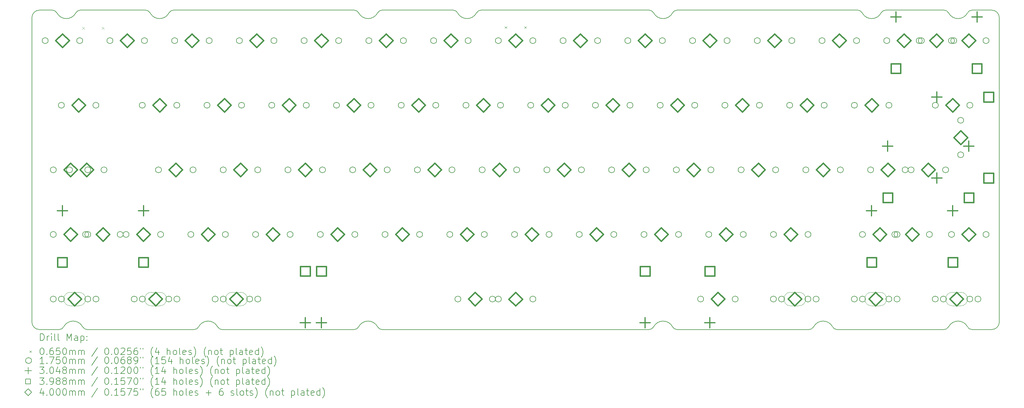
<source format=gbr>
%TF.GenerationSoftware,KiCad,Pcbnew,8.0.4*%
%TF.CreationDate,2024-08-26T20:04:37+02:00*%
%TF.ProjectId,keyboard,6b657962-6f61-4726-942e-6b696361645f,rev?*%
%TF.SameCoordinates,Original*%
%TF.FileFunction,Drillmap*%
%TF.FilePolarity,Positive*%
%FSLAX45Y45*%
G04 Gerber Fmt 4.5, Leading zero omitted, Abs format (unit mm)*
G04 Created by KiCad (PCBNEW 8.0.4) date 2024-08-26 20:04:37*
%MOMM*%
%LPD*%
G01*
G04 APERTURE LIST*
%ADD10C,0.200000*%
%ADD11C,0.100000*%
%ADD12C,0.175000*%
%ADD13C,0.304800*%
%ADD14C,0.398780*%
%ADD15C,0.400000*%
G04 APERTURE END LIST*
D10*
X394307Y819354D02*
G75*
G02*
X-164307Y819354I-279307J145646D01*
G01*
X22104443Y-8439355D02*
G75*
G02*
X21971440Y-8520000I-133003J69355D01*
G01*
X17395693Y-8439354D02*
G75*
G02*
X17262690Y-8519999I-133003J69354D01*
G01*
X23400189Y900000D02*
G75*
G02*
X23533196Y819357I11J-149990D01*
G01*
X27345000Y900000D02*
X26767313Y899978D01*
X17262690Y-8520000D02*
X9407311Y-8520000D01*
X-900000Y675000D02*
X-900000Y-8295000D01*
X27345000Y900000D02*
G75*
G02*
X27570000Y675000I0J-225000D01*
G01*
X-97311Y-8520000D02*
X-675000Y-8520000D01*
X3136807Y819355D02*
G75*
G02*
X2578193Y819355I-279307J145645D01*
G01*
X35693Y-8439354D02*
G75*
G02*
X594307Y-8439355I279307J-145646D01*
G01*
X25942692Y899978D02*
X24224811Y900000D01*
X21971440Y-8520000D02*
X18087311Y-8520000D01*
X8582689Y-8520000D02*
X4698561Y-8520000D01*
X24091807Y819355D02*
G75*
G02*
X23533193Y819355I-279307J145645D01*
G01*
X23400189Y900000D02*
X18087311Y899999D01*
X8715693Y-8439354D02*
G75*
G02*
X9274307Y-8439354I279307J-145646D01*
G01*
X4006943Y-8439355D02*
G75*
G02*
X3873939Y-8520000I-133003J69355D01*
G01*
X8582689Y900000D02*
X3269811Y900000D01*
X25942689Y-8520000D02*
X22796061Y-8520000D01*
X17395693Y-8439354D02*
G75*
G02*
X17954307Y-8439355I279307J-145646D01*
G01*
X8715693Y-8439354D02*
G75*
G02*
X8582689Y-8519999I-133003J69354D01*
G01*
X9407311Y-8520000D02*
G75*
G02*
X9274310Y-8439353I10J150010D01*
G01*
X11493939Y900000D02*
G75*
G02*
X11626948Y819358I1J-150010D01*
G01*
X-675000Y-8520000D02*
G75*
G02*
X-900000Y-8295000I0J225000D01*
G01*
X26075693Y-8439354D02*
G75*
G02*
X25942689Y-8519999I-133003J69354D01*
G01*
X727311Y-8520000D02*
G75*
G02*
X594307Y-8439355I4J150008D01*
G01*
X2445189Y900000D02*
X527311Y900000D01*
X3136807Y819355D02*
G75*
G02*
X3269811Y899999I133003J-69355D01*
G01*
X9274307Y819354D02*
G75*
G02*
X8715693Y819354I-279307J145646D01*
G01*
X25942692Y899978D02*
G75*
G02*
X26075694Y819332I18J-149968D01*
G01*
X24091807Y819355D02*
G75*
G02*
X24224811Y899999I133003J-69355D01*
G01*
X26075693Y-8439354D02*
G75*
G02*
X26634307Y-8439355I279307J-145646D01*
G01*
X2445189Y900000D02*
G75*
G02*
X2578198Y819358I1J-150010D01*
G01*
X4006943Y-8439355D02*
G75*
G02*
X4565557Y-8439355I279307J-145645D01*
G01*
X4698561Y-8520000D02*
G75*
G02*
X4565557Y-8439355I-1J150000D01*
G01*
X11493939Y900000D02*
X9407311Y900000D01*
X18087311Y-8520000D02*
G75*
G02*
X17954302Y-8439357I-1J150010D01*
G01*
X12185557Y819355D02*
G75*
G02*
X12318561Y899999I133003J-69355D01*
G01*
X26767311Y-8520000D02*
G75*
G02*
X26634304Y-8439356I-11J149990D01*
G01*
X9274307Y819354D02*
G75*
G02*
X9407311Y899999I133003J-69354D01*
G01*
X394307Y819354D02*
G75*
G02*
X527311Y899999I133003J-69354D01*
G01*
X17262689Y899999D02*
X12318561Y900000D01*
X35693Y-8439354D02*
G75*
G02*
X-97311Y-8520000I-133004J69355D01*
G01*
X17954307Y819354D02*
G75*
G02*
X18087311Y899999I133003J-69354D01*
G01*
X-900000Y675000D02*
G75*
G02*
X-675000Y900000I225000J0D01*
G01*
X-297311Y900000D02*
X-675000Y900000D01*
X27570000Y-8295000D02*
X27570000Y675000D01*
X17262689Y899999D02*
G75*
G02*
X17395698Y819357I1J-150010D01*
G01*
X22796061Y-8520000D02*
G75*
G02*
X22663057Y-8439355I-1J150000D01*
G01*
X27345000Y-8520000D02*
X26767311Y-8520000D01*
X26634310Y819333D02*
G75*
G02*
X26075691Y819331I-279310J145647D01*
G01*
X-297311Y900000D02*
G75*
G02*
X-164307Y819354I-4J-150008D01*
G01*
X27570000Y-8295000D02*
G75*
G02*
X27345000Y-8520000I-225000J0D01*
G01*
X3873939Y-8520000D02*
X727311Y-8520000D01*
X12185557Y819355D02*
G75*
G02*
X11626943Y819355I-279307J145645D01*
G01*
X26634310Y819333D02*
G75*
G02*
X26767313Y899976I133000J-69353D01*
G01*
X8582689Y900000D02*
G75*
G02*
X8715690Y819353I-9J-150010D01*
G01*
X22104443Y-8439355D02*
G75*
G02*
X22663057Y-8439355I279307J-145645D01*
G01*
X17954307Y819354D02*
G75*
G02*
X17395693Y819354I-279307J145646D01*
G01*
D11*
X583500Y402500D02*
X648500Y337500D01*
X648500Y402500D02*
X583500Y337500D01*
X1161500Y402500D02*
X1226500Y337500D01*
X1226500Y402500D02*
X1161500Y337500D01*
X13013500Y422500D02*
X13078500Y357500D01*
X13078500Y422500D02*
X13013500Y357500D01*
X13591500Y422500D02*
X13656500Y357500D01*
X13656500Y422500D02*
X13591500Y357500D01*
D12*
X-420500Y0D02*
G75*
G02*
X-595500Y0I-87500J0D01*
G01*
X-595500Y0D02*
G75*
G02*
X-420500Y0I87500J0D01*
G01*
X-182500Y-5715000D02*
G75*
G02*
X-357500Y-5715000I-87500J0D01*
G01*
X-357500Y-5715000D02*
G75*
G02*
X-182500Y-5715000I87500J0D01*
G01*
X-182375Y-7620000D02*
G75*
G02*
X-357375Y-7620000I-87500J0D01*
G01*
X-357375Y-7620000D02*
G75*
G02*
X-182375Y-7620000I87500J0D01*
G01*
X-182000Y-3810000D02*
G75*
G02*
X-357000Y-3810000I-87500J0D01*
G01*
X-357000Y-3810000D02*
G75*
G02*
X-182000Y-3810000I87500J0D01*
G01*
X55750Y-1905000D02*
G75*
G02*
X-119250Y-1905000I-87500J0D01*
G01*
X-119250Y-1905000D02*
G75*
G02*
X55750Y-1905000I87500J0D01*
G01*
X57625Y-7620000D02*
G75*
G02*
X-117375Y-7620000I-87500J0D01*
G01*
X-117375Y-7620000D02*
G75*
G02*
X57625Y-7620000I87500J0D01*
G01*
X293875Y-3810000D02*
G75*
G02*
X118875Y-3810000I-87500J0D01*
G01*
X118875Y-3810000D02*
G75*
G02*
X293875Y-3810000I87500J0D01*
G01*
X595500Y0D02*
G75*
G02*
X420500Y0I-87500J0D01*
G01*
X420500Y0D02*
G75*
G02*
X595500Y0I87500J0D01*
G01*
X770125Y-5715000D02*
G75*
G02*
X595125Y-5715000I-87500J0D01*
G01*
X595125Y-5715000D02*
G75*
G02*
X770125Y-5715000I87500J0D01*
G01*
X833500Y-5715000D02*
G75*
G02*
X658500Y-5715000I-87500J0D01*
G01*
X658500Y-5715000D02*
G75*
G02*
X833500Y-5715000I87500J0D01*
G01*
X833625Y-7620000D02*
G75*
G02*
X658625Y-7620000I-87500J0D01*
G01*
X658625Y-7620000D02*
G75*
G02*
X833625Y-7620000I87500J0D01*
G01*
X834000Y-3810000D02*
G75*
G02*
X659000Y-3810000I-87500J0D01*
G01*
X659000Y-3810000D02*
G75*
G02*
X834000Y-3810000I87500J0D01*
G01*
X1071750Y-1905000D02*
G75*
G02*
X896750Y-1905000I-87500J0D01*
G01*
X896750Y-1905000D02*
G75*
G02*
X1071750Y-1905000I87500J0D01*
G01*
X1073625Y-7620000D02*
G75*
G02*
X898625Y-7620000I-87500J0D01*
G01*
X898625Y-7620000D02*
G75*
G02*
X1073625Y-7620000I87500J0D01*
G01*
X1309875Y-3810000D02*
G75*
G02*
X1134875Y-3810000I-87500J0D01*
G01*
X1134875Y-3810000D02*
G75*
G02*
X1309875Y-3810000I87500J0D01*
G01*
X1484500Y0D02*
G75*
G02*
X1309500Y0I-87500J0D01*
G01*
X1309500Y0D02*
G75*
G02*
X1484500Y0I87500J0D01*
G01*
X1786125Y-5715000D02*
G75*
G02*
X1611125Y-5715000I-87500J0D01*
G01*
X1611125Y-5715000D02*
G75*
G02*
X1786125Y-5715000I87500J0D01*
G01*
X1959500Y-5715000D02*
G75*
G02*
X1784500Y-5715000I-87500J0D01*
G01*
X1784500Y-5715000D02*
G75*
G02*
X1959500Y-5715000I87500J0D01*
G01*
X2199500Y-7620000D02*
G75*
G02*
X2024500Y-7620000I-87500J0D01*
G01*
X2024500Y-7620000D02*
G75*
G02*
X2199500Y-7620000I87500J0D01*
G01*
X2437000Y-1905000D02*
G75*
G02*
X2262000Y-1905000I-87500J0D01*
G01*
X2262000Y-1905000D02*
G75*
G02*
X2437000Y-1905000I87500J0D01*
G01*
X2439500Y-7620000D02*
G75*
G02*
X2264500Y-7620000I-87500J0D01*
G01*
X2264500Y-7620000D02*
G75*
G02*
X2439500Y-7620000I87500J0D01*
G01*
X2500500Y0D02*
G75*
G02*
X2325500Y0I-87500J0D01*
G01*
X2325500Y0D02*
G75*
G02*
X2500500Y0I87500J0D01*
G01*
X2913250Y-3810000D02*
G75*
G02*
X2738250Y-3810000I-87500J0D01*
G01*
X2738250Y-3810000D02*
G75*
G02*
X2913250Y-3810000I87500J0D01*
G01*
X2975500Y-5715000D02*
G75*
G02*
X2800500Y-5715000I-87500J0D01*
G01*
X2800500Y-5715000D02*
G75*
G02*
X2975500Y-5715000I87500J0D01*
G01*
X3215500Y-7620000D02*
G75*
G02*
X3040500Y-7620000I-87500J0D01*
G01*
X3040500Y-7620000D02*
G75*
G02*
X3215500Y-7620000I87500J0D01*
G01*
X3389500Y0D02*
G75*
G02*
X3214500Y0I-87500J0D01*
G01*
X3214500Y0D02*
G75*
G02*
X3389500Y0I87500J0D01*
G01*
X3453000Y-1905000D02*
G75*
G02*
X3278000Y-1905000I-87500J0D01*
G01*
X3278000Y-1905000D02*
G75*
G02*
X3453000Y-1905000I87500J0D01*
G01*
X3455500Y-7620000D02*
G75*
G02*
X3280500Y-7620000I-87500J0D01*
G01*
X3280500Y-7620000D02*
G75*
G02*
X3455500Y-7620000I87500J0D01*
G01*
X3865750Y-5715000D02*
G75*
G02*
X3690750Y-5715000I-87500J0D01*
G01*
X3690750Y-5715000D02*
G75*
G02*
X3865750Y-5715000I87500J0D01*
G01*
X3929250Y-3810000D02*
G75*
G02*
X3754250Y-3810000I-87500J0D01*
G01*
X3754250Y-3810000D02*
G75*
G02*
X3929250Y-3810000I87500J0D01*
G01*
X4342000Y-1905000D02*
G75*
G02*
X4167000Y-1905000I-87500J0D01*
G01*
X4167000Y-1905000D02*
G75*
G02*
X4342000Y-1905000I87500J0D01*
G01*
X4405500Y0D02*
G75*
G02*
X4230500Y0I-87500J0D01*
G01*
X4230500Y0D02*
G75*
G02*
X4405500Y0I87500J0D01*
G01*
X4580125Y-7620000D02*
G75*
G02*
X4405125Y-7620000I-87500J0D01*
G01*
X4405125Y-7620000D02*
G75*
G02*
X4580125Y-7620000I87500J0D01*
G01*
X4818250Y-3810000D02*
G75*
G02*
X4643250Y-3810000I-87500J0D01*
G01*
X4643250Y-3810000D02*
G75*
G02*
X4818250Y-3810000I87500J0D01*
G01*
X4820125Y-7620000D02*
G75*
G02*
X4645125Y-7620000I-87500J0D01*
G01*
X4645125Y-7620000D02*
G75*
G02*
X4820125Y-7620000I87500J0D01*
G01*
X4881750Y-5715000D02*
G75*
G02*
X4706750Y-5715000I-87500J0D01*
G01*
X4706750Y-5715000D02*
G75*
G02*
X4881750Y-5715000I87500J0D01*
G01*
X5294500Y0D02*
G75*
G02*
X5119500Y0I-87500J0D01*
G01*
X5119500Y0D02*
G75*
G02*
X5294500Y0I87500J0D01*
G01*
X5358000Y-1905000D02*
G75*
G02*
X5183000Y-1905000I-87500J0D01*
G01*
X5183000Y-1905000D02*
G75*
G02*
X5358000Y-1905000I87500J0D01*
G01*
X5596125Y-7620000D02*
G75*
G02*
X5421125Y-7620000I-87500J0D01*
G01*
X5421125Y-7620000D02*
G75*
G02*
X5596125Y-7620000I87500J0D01*
G01*
X5770750Y-5715000D02*
G75*
G02*
X5595750Y-5715000I-87500J0D01*
G01*
X5595750Y-5715000D02*
G75*
G02*
X5770750Y-5715000I87500J0D01*
G01*
X5834250Y-3810000D02*
G75*
G02*
X5659250Y-3810000I-87500J0D01*
G01*
X5659250Y-3810000D02*
G75*
G02*
X5834250Y-3810000I87500J0D01*
G01*
X5836125Y-7620000D02*
G75*
G02*
X5661125Y-7620000I-87500J0D01*
G01*
X5661125Y-7620000D02*
G75*
G02*
X5836125Y-7620000I87500J0D01*
G01*
X6247000Y-1905000D02*
G75*
G02*
X6072000Y-1905000I-87500J0D01*
G01*
X6072000Y-1905000D02*
G75*
G02*
X6247000Y-1905000I87500J0D01*
G01*
X6310500Y0D02*
G75*
G02*
X6135500Y0I-87500J0D01*
G01*
X6135500Y0D02*
G75*
G02*
X6310500Y0I87500J0D01*
G01*
X6723250Y-3810000D02*
G75*
G02*
X6548250Y-3810000I-87500J0D01*
G01*
X6548250Y-3810000D02*
G75*
G02*
X6723250Y-3810000I87500J0D01*
G01*
X6786750Y-5715000D02*
G75*
G02*
X6611750Y-5715000I-87500J0D01*
G01*
X6611750Y-5715000D02*
G75*
G02*
X6786750Y-5715000I87500J0D01*
G01*
X7199500Y0D02*
G75*
G02*
X7024500Y0I-87500J0D01*
G01*
X7024500Y0D02*
G75*
G02*
X7199500Y0I87500J0D01*
G01*
X7263000Y-1905000D02*
G75*
G02*
X7088000Y-1905000I-87500J0D01*
G01*
X7088000Y-1905000D02*
G75*
G02*
X7263000Y-1905000I87500J0D01*
G01*
X7675750Y-5715000D02*
G75*
G02*
X7500750Y-5715000I-87500J0D01*
G01*
X7500750Y-5715000D02*
G75*
G02*
X7675750Y-5715000I87500J0D01*
G01*
X7739250Y-3810000D02*
G75*
G02*
X7564250Y-3810000I-87500J0D01*
G01*
X7564250Y-3810000D02*
G75*
G02*
X7739250Y-3810000I87500J0D01*
G01*
X8152000Y-1905000D02*
G75*
G02*
X7977000Y-1905000I-87500J0D01*
G01*
X7977000Y-1905000D02*
G75*
G02*
X8152000Y-1905000I87500J0D01*
G01*
X8215500Y0D02*
G75*
G02*
X8040500Y0I-87500J0D01*
G01*
X8040500Y0D02*
G75*
G02*
X8215500Y0I87500J0D01*
G01*
X8628250Y-3810000D02*
G75*
G02*
X8453250Y-3810000I-87500J0D01*
G01*
X8453250Y-3810000D02*
G75*
G02*
X8628250Y-3810000I87500J0D01*
G01*
X8691750Y-5715000D02*
G75*
G02*
X8516750Y-5715000I-87500J0D01*
G01*
X8516750Y-5715000D02*
G75*
G02*
X8691750Y-5715000I87500J0D01*
G01*
X9104500Y0D02*
G75*
G02*
X8929500Y0I-87500J0D01*
G01*
X8929500Y0D02*
G75*
G02*
X9104500Y0I87500J0D01*
G01*
X9168000Y-1905000D02*
G75*
G02*
X8993000Y-1905000I-87500J0D01*
G01*
X8993000Y-1905000D02*
G75*
G02*
X9168000Y-1905000I87500J0D01*
G01*
X9580750Y-5715000D02*
G75*
G02*
X9405750Y-5715000I-87500J0D01*
G01*
X9405750Y-5715000D02*
G75*
G02*
X9580750Y-5715000I87500J0D01*
G01*
X9644250Y-3810000D02*
G75*
G02*
X9469250Y-3810000I-87500J0D01*
G01*
X9469250Y-3810000D02*
G75*
G02*
X9644250Y-3810000I87500J0D01*
G01*
X10057000Y-1905000D02*
G75*
G02*
X9882000Y-1905000I-87500J0D01*
G01*
X9882000Y-1905000D02*
G75*
G02*
X10057000Y-1905000I87500J0D01*
G01*
X10120500Y0D02*
G75*
G02*
X9945500Y0I-87500J0D01*
G01*
X9945500Y0D02*
G75*
G02*
X10120500Y0I87500J0D01*
G01*
X10533250Y-3810000D02*
G75*
G02*
X10358250Y-3810000I-87500J0D01*
G01*
X10358250Y-3810000D02*
G75*
G02*
X10533250Y-3810000I87500J0D01*
G01*
X10596750Y-5715000D02*
G75*
G02*
X10421750Y-5715000I-87500J0D01*
G01*
X10421750Y-5715000D02*
G75*
G02*
X10596750Y-5715000I87500J0D01*
G01*
X11009500Y0D02*
G75*
G02*
X10834500Y0I-87500J0D01*
G01*
X10834500Y0D02*
G75*
G02*
X11009500Y0I87500J0D01*
G01*
X11073000Y-1905000D02*
G75*
G02*
X10898000Y-1905000I-87500J0D01*
G01*
X10898000Y-1905000D02*
G75*
G02*
X11073000Y-1905000I87500J0D01*
G01*
X11485750Y-5715000D02*
G75*
G02*
X11310750Y-5715000I-87500J0D01*
G01*
X11310750Y-5715000D02*
G75*
G02*
X11485750Y-5715000I87500J0D01*
G01*
X11549250Y-3810000D02*
G75*
G02*
X11374250Y-3810000I-87500J0D01*
G01*
X11374250Y-3810000D02*
G75*
G02*
X11549250Y-3810000I87500J0D01*
G01*
X11723875Y-7620000D02*
G75*
G02*
X11548875Y-7620000I-87500J0D01*
G01*
X11548875Y-7620000D02*
G75*
G02*
X11723875Y-7620000I87500J0D01*
G01*
X11962000Y-1905000D02*
G75*
G02*
X11787000Y-1905000I-87500J0D01*
G01*
X11787000Y-1905000D02*
G75*
G02*
X11962000Y-1905000I87500J0D01*
G01*
X12025500Y0D02*
G75*
G02*
X11850500Y0I-87500J0D01*
G01*
X11850500Y0D02*
G75*
G02*
X12025500Y0I87500J0D01*
G01*
X12438250Y-3810000D02*
G75*
G02*
X12263250Y-3810000I-87500J0D01*
G01*
X12263250Y-3810000D02*
G75*
G02*
X12438250Y-3810000I87500J0D01*
G01*
X12501750Y-5715000D02*
G75*
G02*
X12326750Y-5715000I-87500J0D01*
G01*
X12326750Y-5715000D02*
G75*
G02*
X12501750Y-5715000I87500J0D01*
G01*
X12739875Y-7620000D02*
G75*
G02*
X12564875Y-7620000I-87500J0D01*
G01*
X12564875Y-7620000D02*
G75*
G02*
X12739875Y-7620000I87500J0D01*
G01*
X12914500Y0D02*
G75*
G02*
X12739500Y0I-87500J0D01*
G01*
X12739500Y0D02*
G75*
G02*
X12914500Y0I87500J0D01*
G01*
X12914500Y-7620127D02*
G75*
G02*
X12739500Y-7620127I-87500J0D01*
G01*
X12739500Y-7620127D02*
G75*
G02*
X12914500Y-7620127I87500J0D01*
G01*
X12978000Y-1905000D02*
G75*
G02*
X12803000Y-1905000I-87500J0D01*
G01*
X12803000Y-1905000D02*
G75*
G02*
X12978000Y-1905000I87500J0D01*
G01*
X13390750Y-5715000D02*
G75*
G02*
X13215750Y-5715000I-87500J0D01*
G01*
X13215750Y-5715000D02*
G75*
G02*
X13390750Y-5715000I87500J0D01*
G01*
X13454250Y-3810000D02*
G75*
G02*
X13279250Y-3810000I-87500J0D01*
G01*
X13279250Y-3810000D02*
G75*
G02*
X13454250Y-3810000I87500J0D01*
G01*
X13867000Y-1905000D02*
G75*
G02*
X13692000Y-1905000I-87500J0D01*
G01*
X13692000Y-1905000D02*
G75*
G02*
X13867000Y-1905000I87500J0D01*
G01*
X13930500Y0D02*
G75*
G02*
X13755500Y0I-87500J0D01*
G01*
X13755500Y0D02*
G75*
G02*
X13930500Y0I87500J0D01*
G01*
X13930500Y-7620127D02*
G75*
G02*
X13755500Y-7620127I-87500J0D01*
G01*
X13755500Y-7620127D02*
G75*
G02*
X13930500Y-7620127I87500J0D01*
G01*
X14343250Y-3810000D02*
G75*
G02*
X14168250Y-3810000I-87500J0D01*
G01*
X14168250Y-3810000D02*
G75*
G02*
X14343250Y-3810000I87500J0D01*
G01*
X14406750Y-5715000D02*
G75*
G02*
X14231750Y-5715000I-87500J0D01*
G01*
X14231750Y-5715000D02*
G75*
G02*
X14406750Y-5715000I87500J0D01*
G01*
X14819500Y0D02*
G75*
G02*
X14644500Y0I-87500J0D01*
G01*
X14644500Y0D02*
G75*
G02*
X14819500Y0I87500J0D01*
G01*
X14883000Y-1905000D02*
G75*
G02*
X14708000Y-1905000I-87500J0D01*
G01*
X14708000Y-1905000D02*
G75*
G02*
X14883000Y-1905000I87500J0D01*
G01*
X15295750Y-5715000D02*
G75*
G02*
X15120750Y-5715000I-87500J0D01*
G01*
X15120750Y-5715000D02*
G75*
G02*
X15295750Y-5715000I87500J0D01*
G01*
X15359250Y-3810000D02*
G75*
G02*
X15184250Y-3810000I-87500J0D01*
G01*
X15184250Y-3810000D02*
G75*
G02*
X15359250Y-3810000I87500J0D01*
G01*
X15772000Y-1905000D02*
G75*
G02*
X15597000Y-1905000I-87500J0D01*
G01*
X15597000Y-1905000D02*
G75*
G02*
X15772000Y-1905000I87500J0D01*
G01*
X15835500Y0D02*
G75*
G02*
X15660500Y0I-87500J0D01*
G01*
X15660500Y0D02*
G75*
G02*
X15835500Y0I87500J0D01*
G01*
X16248250Y-3810000D02*
G75*
G02*
X16073250Y-3810000I-87500J0D01*
G01*
X16073250Y-3810000D02*
G75*
G02*
X16248250Y-3810000I87500J0D01*
G01*
X16311750Y-5715000D02*
G75*
G02*
X16136750Y-5715000I-87500J0D01*
G01*
X16136750Y-5715000D02*
G75*
G02*
X16311750Y-5715000I87500J0D01*
G01*
X16724500Y0D02*
G75*
G02*
X16549500Y0I-87500J0D01*
G01*
X16549500Y0D02*
G75*
G02*
X16724500Y0I87500J0D01*
G01*
X16788000Y-1905000D02*
G75*
G02*
X16613000Y-1905000I-87500J0D01*
G01*
X16613000Y-1905000D02*
G75*
G02*
X16788000Y-1905000I87500J0D01*
G01*
X17200750Y-5715000D02*
G75*
G02*
X17025750Y-5715000I-87500J0D01*
G01*
X17025750Y-5715000D02*
G75*
G02*
X17200750Y-5715000I87500J0D01*
G01*
X17264250Y-3810000D02*
G75*
G02*
X17089250Y-3810000I-87500J0D01*
G01*
X17089250Y-3810000D02*
G75*
G02*
X17264250Y-3810000I87500J0D01*
G01*
X17677000Y-1905000D02*
G75*
G02*
X17502000Y-1905000I-87500J0D01*
G01*
X17502000Y-1905000D02*
G75*
G02*
X17677000Y-1905000I87500J0D01*
G01*
X17740500Y0D02*
G75*
G02*
X17565500Y0I-87500J0D01*
G01*
X17565500Y0D02*
G75*
G02*
X17740500Y0I87500J0D01*
G01*
X18153250Y-3810000D02*
G75*
G02*
X17978250Y-3810000I-87500J0D01*
G01*
X17978250Y-3810000D02*
G75*
G02*
X18153250Y-3810000I87500J0D01*
G01*
X18216750Y-5715000D02*
G75*
G02*
X18041750Y-5715000I-87500J0D01*
G01*
X18041750Y-5715000D02*
G75*
G02*
X18216750Y-5715000I87500J0D01*
G01*
X18629500Y0D02*
G75*
G02*
X18454500Y0I-87500J0D01*
G01*
X18454500Y0D02*
G75*
G02*
X18629500Y0I87500J0D01*
G01*
X18693000Y-1905000D02*
G75*
G02*
X18518000Y-1905000I-87500J0D01*
G01*
X18518000Y-1905000D02*
G75*
G02*
X18693000Y-1905000I87500J0D01*
G01*
X18867625Y-7620000D02*
G75*
G02*
X18692625Y-7620000I-87500J0D01*
G01*
X18692625Y-7620000D02*
G75*
G02*
X18867625Y-7620000I87500J0D01*
G01*
X19105750Y-5715000D02*
G75*
G02*
X18930750Y-5715000I-87500J0D01*
G01*
X18930750Y-5715000D02*
G75*
G02*
X19105750Y-5715000I87500J0D01*
G01*
X19169250Y-3810000D02*
G75*
G02*
X18994250Y-3810000I-87500J0D01*
G01*
X18994250Y-3810000D02*
G75*
G02*
X19169250Y-3810000I87500J0D01*
G01*
X19582000Y-1905000D02*
G75*
G02*
X19407000Y-1905000I-87500J0D01*
G01*
X19407000Y-1905000D02*
G75*
G02*
X19582000Y-1905000I87500J0D01*
G01*
X19645500Y0D02*
G75*
G02*
X19470500Y0I-87500J0D01*
G01*
X19470500Y0D02*
G75*
G02*
X19645500Y0I87500J0D01*
G01*
X19883625Y-7620000D02*
G75*
G02*
X19708625Y-7620000I-87500J0D01*
G01*
X19708625Y-7620000D02*
G75*
G02*
X19883625Y-7620000I87500J0D01*
G01*
X20058250Y-3810000D02*
G75*
G02*
X19883250Y-3810000I-87500J0D01*
G01*
X19883250Y-3810000D02*
G75*
G02*
X20058250Y-3810000I87500J0D01*
G01*
X20121750Y-5715000D02*
G75*
G02*
X19946750Y-5715000I-87500J0D01*
G01*
X19946750Y-5715000D02*
G75*
G02*
X20121750Y-5715000I87500J0D01*
G01*
X20534500Y0D02*
G75*
G02*
X20359500Y0I-87500J0D01*
G01*
X20359500Y0D02*
G75*
G02*
X20534500Y0I87500J0D01*
G01*
X20598000Y-1905000D02*
G75*
G02*
X20423000Y-1905000I-87500J0D01*
G01*
X20423000Y-1905000D02*
G75*
G02*
X20598000Y-1905000I87500J0D01*
G01*
X21008875Y-7620000D02*
G75*
G02*
X20833875Y-7620000I-87500J0D01*
G01*
X20833875Y-7620000D02*
G75*
G02*
X21008875Y-7620000I87500J0D01*
G01*
X21010750Y-5715000D02*
G75*
G02*
X20835750Y-5715000I-87500J0D01*
G01*
X20835750Y-5715000D02*
G75*
G02*
X21010750Y-5715000I87500J0D01*
G01*
X21074250Y-3810000D02*
G75*
G02*
X20899250Y-3810000I-87500J0D01*
G01*
X20899250Y-3810000D02*
G75*
G02*
X21074250Y-3810000I87500J0D01*
G01*
X21248875Y-7620000D02*
G75*
G02*
X21073875Y-7620000I-87500J0D01*
G01*
X21073875Y-7620000D02*
G75*
G02*
X21248875Y-7620000I87500J0D01*
G01*
X21487000Y-1905000D02*
G75*
G02*
X21312000Y-1905000I-87500J0D01*
G01*
X21312000Y-1905000D02*
G75*
G02*
X21487000Y-1905000I87500J0D01*
G01*
X21550500Y0D02*
G75*
G02*
X21375500Y0I-87500J0D01*
G01*
X21375500Y0D02*
G75*
G02*
X21550500Y0I87500J0D01*
G01*
X21963250Y-3810000D02*
G75*
G02*
X21788250Y-3810000I-87500J0D01*
G01*
X21788250Y-3810000D02*
G75*
G02*
X21963250Y-3810000I87500J0D01*
G01*
X22024875Y-7620000D02*
G75*
G02*
X21849875Y-7620000I-87500J0D01*
G01*
X21849875Y-7620000D02*
G75*
G02*
X22024875Y-7620000I87500J0D01*
G01*
X22026750Y-5715000D02*
G75*
G02*
X21851750Y-5715000I-87500J0D01*
G01*
X21851750Y-5715000D02*
G75*
G02*
X22026750Y-5715000I87500J0D01*
G01*
X22264875Y-7620000D02*
G75*
G02*
X22089875Y-7620000I-87500J0D01*
G01*
X22089875Y-7620000D02*
G75*
G02*
X22264875Y-7620000I87500J0D01*
G01*
X22439500Y0D02*
G75*
G02*
X22264500Y0I-87500J0D01*
G01*
X22264500Y0D02*
G75*
G02*
X22439500Y0I87500J0D01*
G01*
X22503000Y-1905000D02*
G75*
G02*
X22328000Y-1905000I-87500J0D01*
G01*
X22328000Y-1905000D02*
G75*
G02*
X22503000Y-1905000I87500J0D01*
G01*
X22979250Y-3810000D02*
G75*
G02*
X22804250Y-3810000I-87500J0D01*
G01*
X22804250Y-3810000D02*
G75*
G02*
X22979250Y-3810000I87500J0D01*
G01*
X23390125Y-7620000D02*
G75*
G02*
X23215125Y-7620000I-87500J0D01*
G01*
X23215125Y-7620000D02*
G75*
G02*
X23390125Y-7620000I87500J0D01*
G01*
X23392000Y-1905000D02*
G75*
G02*
X23217000Y-1905000I-87500J0D01*
G01*
X23217000Y-1905000D02*
G75*
G02*
X23392000Y-1905000I87500J0D01*
G01*
X23455500Y0D02*
G75*
G02*
X23280500Y0I-87500J0D01*
G01*
X23280500Y0D02*
G75*
G02*
X23455500Y0I87500J0D01*
G01*
X23629500Y-5715000D02*
G75*
G02*
X23454500Y-5715000I-87500J0D01*
G01*
X23454500Y-5715000D02*
G75*
G02*
X23629500Y-5715000I87500J0D01*
G01*
X23630125Y-7620000D02*
G75*
G02*
X23455125Y-7620000I-87500J0D01*
G01*
X23455125Y-7620000D02*
G75*
G02*
X23630125Y-7620000I87500J0D01*
G01*
X23869500Y-3810000D02*
G75*
G02*
X23694500Y-3810000I-87500J0D01*
G01*
X23694500Y-3810000D02*
G75*
G02*
X23869500Y-3810000I87500J0D01*
G01*
X24344500Y0D02*
G75*
G02*
X24169500Y0I-87500J0D01*
G01*
X24169500Y0D02*
G75*
G02*
X24344500Y0I87500J0D01*
G01*
X24406125Y-7620000D02*
G75*
G02*
X24231125Y-7620000I-87500J0D01*
G01*
X24231125Y-7620000D02*
G75*
G02*
X24406125Y-7620000I87500J0D01*
G01*
X24408000Y-1905000D02*
G75*
G02*
X24233000Y-1905000I-87500J0D01*
G01*
X24233000Y-1905000D02*
G75*
G02*
X24408000Y-1905000I87500J0D01*
G01*
X24582625Y-5715000D02*
G75*
G02*
X24407625Y-5715000I-87500J0D01*
G01*
X24407625Y-5715000D02*
G75*
G02*
X24582625Y-5715000I87500J0D01*
G01*
X24645500Y-5715000D02*
G75*
G02*
X24470500Y-5715000I-87500J0D01*
G01*
X24470500Y-5715000D02*
G75*
G02*
X24645500Y-5715000I87500J0D01*
G01*
X24646125Y-7620000D02*
G75*
G02*
X24471125Y-7620000I-87500J0D01*
G01*
X24471125Y-7620000D02*
G75*
G02*
X24646125Y-7620000I87500J0D01*
G01*
X24885500Y-3810000D02*
G75*
G02*
X24710500Y-3810000I-87500J0D01*
G01*
X24710500Y-3810000D02*
G75*
G02*
X24885500Y-3810000I87500J0D01*
G01*
X25058875Y-3810000D02*
G75*
G02*
X24883875Y-3810000I-87500J0D01*
G01*
X24883875Y-3810000D02*
G75*
G02*
X25058875Y-3810000I87500J0D01*
G01*
X25299500Y0D02*
G75*
G02*
X25124500Y0I-87500J0D01*
G01*
X25124500Y0D02*
G75*
G02*
X25299500Y0I87500J0D01*
G01*
X25360500Y0D02*
G75*
G02*
X25185500Y0I-87500J0D01*
G01*
X25185500Y0D02*
G75*
G02*
X25360500Y0I87500J0D01*
G01*
X25598625Y-5715000D02*
G75*
G02*
X25423625Y-5715000I-87500J0D01*
G01*
X25423625Y-5715000D02*
G75*
G02*
X25598625Y-5715000I87500J0D01*
G01*
X25771375Y-7620000D02*
G75*
G02*
X25596375Y-7620000I-87500J0D01*
G01*
X25596375Y-7620000D02*
G75*
G02*
X25771375Y-7620000I87500J0D01*
G01*
X25773250Y-1905000D02*
G75*
G02*
X25598250Y-1905000I-87500J0D01*
G01*
X25598250Y-1905000D02*
G75*
G02*
X25773250Y-1905000I87500J0D01*
G01*
X26011375Y-7620000D02*
G75*
G02*
X25836375Y-7620000I-87500J0D01*
G01*
X25836375Y-7620000D02*
G75*
G02*
X26011375Y-7620000I87500J0D01*
G01*
X26074875Y-3810000D02*
G75*
G02*
X25899875Y-3810000I-87500J0D01*
G01*
X25899875Y-3810000D02*
G75*
G02*
X26074875Y-3810000I87500J0D01*
G01*
X26249500Y0D02*
G75*
G02*
X26074500Y0I-87500J0D01*
G01*
X26074500Y0D02*
G75*
G02*
X26249500Y0I87500J0D01*
G01*
X26249500Y-5715000D02*
G75*
G02*
X26074500Y-5715000I-87500J0D01*
G01*
X26074500Y-5715000D02*
G75*
G02*
X26249500Y-5715000I87500J0D01*
G01*
X26315500Y0D02*
G75*
G02*
X26140500Y0I-87500J0D01*
G01*
X26140500Y0D02*
G75*
G02*
X26315500Y0I87500J0D01*
G01*
X26519500Y-2349000D02*
G75*
G02*
X26344500Y-2349000I-87500J0D01*
G01*
X26344500Y-2349000D02*
G75*
G02*
X26519500Y-2349000I87500J0D01*
G01*
X26519500Y-3365000D02*
G75*
G02*
X26344500Y-3365000I-87500J0D01*
G01*
X26344500Y-3365000D02*
G75*
G02*
X26519500Y-3365000I87500J0D01*
G01*
X26787375Y-7620000D02*
G75*
G02*
X26612375Y-7620000I-87500J0D01*
G01*
X26612375Y-7620000D02*
G75*
G02*
X26787375Y-7620000I87500J0D01*
G01*
X26789250Y-1905000D02*
G75*
G02*
X26614250Y-1905000I-87500J0D01*
G01*
X26614250Y-1905000D02*
G75*
G02*
X26789250Y-1905000I87500J0D01*
G01*
X27027375Y-7620000D02*
G75*
G02*
X26852375Y-7620000I-87500J0D01*
G01*
X26852375Y-7620000D02*
G75*
G02*
X27027375Y-7620000I87500J0D01*
G01*
X27265500Y0D02*
G75*
G02*
X27090500Y0I-87500J0D01*
G01*
X27090500Y0D02*
G75*
G02*
X27265500Y0I87500J0D01*
G01*
X27265500Y-5715000D02*
G75*
G02*
X27090500Y-5715000I-87500J0D01*
G01*
X27090500Y-5715000D02*
G75*
G02*
X27265500Y-5715000I87500J0D01*
G01*
D13*
X-3175Y-4864100D02*
X-3175Y-5168900D01*
X-155575Y-5016500D02*
X149225Y-5016500D01*
X2384425Y-4864100D02*
X2384425Y-5168900D01*
X2232025Y-5016500D02*
X2536825Y-5016500D01*
X7144375Y-8166100D02*
X7144375Y-8470900D01*
X6991975Y-8318500D02*
X7296775Y-8318500D01*
X7620000Y-8166227D02*
X7620000Y-8471027D01*
X7467600Y-8318627D02*
X7772400Y-8318627D01*
X17144375Y-8166100D02*
X17144375Y-8470900D01*
X16991975Y-8318500D02*
X17296775Y-8318500D01*
X19050000Y-8166227D02*
X19050000Y-8471027D01*
X18897600Y-8318627D02*
X19202400Y-8318627D01*
X23809325Y-4863605D02*
X23809325Y-5168405D01*
X23656925Y-5016005D02*
X23961725Y-5016005D01*
X24285575Y-2959100D02*
X24285575Y-3263900D01*
X24133175Y-3111500D02*
X24437975Y-3111500D01*
X24526200Y850900D02*
X24526200Y546100D01*
X24373800Y698500D02*
X24678600Y698500D01*
X25733500Y-1510800D02*
X25733500Y-1815600D01*
X25581100Y-1663200D02*
X25885900Y-1663200D01*
X25733500Y-3898400D02*
X25733500Y-4203200D01*
X25581100Y-4050800D02*
X25885900Y-4050800D01*
X26196925Y-4863605D02*
X26196925Y-5168405D01*
X26044525Y-5016005D02*
X26349325Y-5016005D01*
X26673175Y-2959100D02*
X26673175Y-3263900D01*
X26520775Y-3111500D02*
X26825575Y-3111500D01*
X26913800Y850900D02*
X26913800Y546100D01*
X26761400Y698500D02*
X27066200Y698500D01*
D14*
X137816Y-6678491D02*
X137816Y-6396509D01*
X-144166Y-6396509D01*
X-144166Y-6678491D01*
X137816Y-6678491D01*
X2525416Y-6678491D02*
X2525416Y-6396509D01*
X2243434Y-6396509D01*
X2243434Y-6678491D01*
X2525416Y-6678491D01*
X7285366Y-6938491D02*
X7285366Y-6656509D01*
X7003384Y-6656509D01*
X7003384Y-6938491D01*
X7285366Y-6938491D01*
X7760991Y-6938618D02*
X7760991Y-6656636D01*
X7479009Y-6656636D01*
X7479009Y-6938618D01*
X7760991Y-6938618D01*
X17285366Y-6938491D02*
X17285366Y-6656509D01*
X17003384Y-6656509D01*
X17003384Y-6938491D01*
X17285366Y-6938491D01*
X19190991Y-6938618D02*
X19190991Y-6656636D01*
X18909009Y-6656636D01*
X18909009Y-6938618D01*
X19190991Y-6938618D01*
X23950316Y-6677996D02*
X23950316Y-6396014D01*
X23668334Y-6396014D01*
X23668334Y-6677996D01*
X23950316Y-6677996D01*
X24426566Y-4773491D02*
X24426566Y-4491509D01*
X24144584Y-4491509D01*
X24144584Y-4773491D01*
X24426566Y-4773491D01*
X24667191Y-963491D02*
X24667191Y-681509D01*
X24385209Y-681509D01*
X24385209Y-963491D01*
X24667191Y-963491D01*
X26337916Y-6677996D02*
X26337916Y-6396014D01*
X26055934Y-6396014D01*
X26055934Y-6677996D01*
X26337916Y-6677996D01*
X26814166Y-4773491D02*
X26814166Y-4491509D01*
X26532184Y-4491509D01*
X26532184Y-4773491D01*
X26814166Y-4773491D01*
X27054791Y-963491D02*
X27054791Y-681509D01*
X26772809Y-681509D01*
X26772809Y-963491D01*
X27054791Y-963491D01*
X27395491Y-1804191D02*
X27395491Y-1522209D01*
X27113509Y-1522209D01*
X27113509Y-1804191D01*
X27395491Y-1804191D01*
X27395491Y-4191791D02*
X27395491Y-3909809D01*
X27113509Y-3909809D01*
X27113509Y-4191791D01*
X27395491Y-4191791D01*
D15*
X0Y-200000D02*
X200000Y0D01*
X0Y200000D01*
X-200000Y0D01*
X0Y-200000D01*
X238000Y-5915000D02*
X438000Y-5715000D01*
X238000Y-5515000D01*
X38000Y-5715000D01*
X238000Y-5915000D01*
X238500Y-4010000D02*
X438500Y-3810000D01*
X238500Y-3610000D01*
X38500Y-3810000D01*
X238500Y-4010000D01*
X358125Y-7820000D02*
X558125Y-7620000D01*
X358125Y-7420000D01*
X158125Y-7620000D01*
X358125Y-7820000D01*
D11*
X238125Y-7820000D02*
X478125Y-7820000D01*
X478125Y-7420000D02*
G75*
G02*
X478125Y-7820000I0J-200000D01*
G01*
X478125Y-7420000D02*
X238125Y-7420000D01*
X238125Y-7420000D02*
G75*
G03*
X238125Y-7820000I0J-200000D01*
G01*
D15*
X476250Y-2105000D02*
X676250Y-1905000D01*
X476250Y-1705000D01*
X276250Y-1905000D01*
X476250Y-2105000D01*
X714375Y-4010000D02*
X914375Y-3810000D01*
X714375Y-3610000D01*
X514375Y-3810000D01*
X714375Y-4010000D01*
X1190625Y-5915000D02*
X1390625Y-5715000D01*
X1190625Y-5515000D01*
X990625Y-5715000D01*
X1190625Y-5915000D01*
X1905000Y-200000D02*
X2105000Y0D01*
X1905000Y200000D01*
X1705000Y0D01*
X1905000Y-200000D01*
X2380000Y-5915000D02*
X2580000Y-5715000D01*
X2380000Y-5515000D01*
X2180000Y-5715000D01*
X2380000Y-5915000D01*
X2740000Y-7820000D02*
X2940000Y-7620000D01*
X2740000Y-7420000D01*
X2540000Y-7620000D01*
X2740000Y-7820000D01*
D11*
X2620000Y-7820000D02*
X2860000Y-7820000D01*
X2860000Y-7420000D02*
G75*
G02*
X2860000Y-7820000I0J-200000D01*
G01*
X2860000Y-7420000D02*
X2620000Y-7420000D01*
X2620000Y-7420000D02*
G75*
G03*
X2620000Y-7820000I0J-200000D01*
G01*
D15*
X2857500Y-2105000D02*
X3057500Y-1905000D01*
X2857500Y-1705000D01*
X2657500Y-1905000D01*
X2857500Y-2105000D01*
X3333750Y-4010000D02*
X3533750Y-3810000D01*
X3333750Y-3610000D01*
X3133750Y-3810000D01*
X3333750Y-4010000D01*
X3810000Y-200000D02*
X4010000Y0D01*
X3810000Y200000D01*
X3610000Y0D01*
X3810000Y-200000D01*
X4286250Y-5915000D02*
X4486250Y-5715000D01*
X4286250Y-5515000D01*
X4086250Y-5715000D01*
X4286250Y-5915000D01*
X4762500Y-2105000D02*
X4962500Y-1905000D01*
X4762500Y-1705000D01*
X4562500Y-1905000D01*
X4762500Y-2105000D01*
X5120625Y-7820000D02*
X5320625Y-7620000D01*
X5120625Y-7420000D01*
X4920625Y-7620000D01*
X5120625Y-7820000D01*
D11*
X5000625Y-7820000D02*
X5240625Y-7820000D01*
X5240625Y-7420000D02*
G75*
G02*
X5240625Y-7820000I0J-200000D01*
G01*
X5240625Y-7420000D02*
X5000625Y-7420000D01*
X5000625Y-7420000D02*
G75*
G03*
X5000625Y-7820000I0J-200000D01*
G01*
D15*
X5238750Y-4010000D02*
X5438750Y-3810000D01*
X5238750Y-3610000D01*
X5038750Y-3810000D01*
X5238750Y-4010000D01*
X5715000Y-200000D02*
X5915000Y0D01*
X5715000Y200000D01*
X5515000Y0D01*
X5715000Y-200000D01*
X6191250Y-5915000D02*
X6391250Y-5715000D01*
X6191250Y-5515000D01*
X5991250Y-5715000D01*
X6191250Y-5915000D01*
X6667500Y-2105000D02*
X6867500Y-1905000D01*
X6667500Y-1705000D01*
X6467500Y-1905000D01*
X6667500Y-2105000D01*
X7143750Y-4010000D02*
X7343750Y-3810000D01*
X7143750Y-3610000D01*
X6943750Y-3810000D01*
X7143750Y-4010000D01*
X7620000Y-200000D02*
X7820000Y0D01*
X7620000Y200000D01*
X7420000Y0D01*
X7620000Y-200000D01*
X8096250Y-5915000D02*
X8296250Y-5715000D01*
X8096250Y-5515000D01*
X7896250Y-5715000D01*
X8096250Y-5915000D01*
X8572500Y-2105000D02*
X8772500Y-1905000D01*
X8572500Y-1705000D01*
X8372500Y-1905000D01*
X8572500Y-2105000D01*
X9048750Y-4010000D02*
X9248750Y-3810000D01*
X9048750Y-3610000D01*
X8848750Y-3810000D01*
X9048750Y-4010000D01*
X9525000Y-200000D02*
X9725000Y0D01*
X9525000Y200000D01*
X9325000Y0D01*
X9525000Y-200000D01*
X10001250Y-5915000D02*
X10201250Y-5715000D01*
X10001250Y-5515000D01*
X9801250Y-5715000D01*
X10001250Y-5915000D01*
X10477500Y-2105000D02*
X10677500Y-1905000D01*
X10477500Y-1705000D01*
X10277500Y-1905000D01*
X10477500Y-2105000D01*
X10953750Y-4010000D02*
X11153750Y-3810000D01*
X10953750Y-3610000D01*
X10753750Y-3810000D01*
X10953750Y-4010000D01*
X11430000Y-200000D02*
X11630000Y0D01*
X11430000Y200000D01*
X11230000Y0D01*
X11430000Y-200000D01*
X11906250Y-5915000D02*
X12106250Y-5715000D01*
X11906250Y-5515000D01*
X11706250Y-5715000D01*
X11906250Y-5915000D01*
X12144375Y-7820000D02*
X12344375Y-7620000D01*
X12144375Y-7420000D01*
X11944375Y-7620000D01*
X12144375Y-7820000D01*
X12382500Y-2105000D02*
X12582500Y-1905000D01*
X12382500Y-1705000D01*
X12182500Y-1905000D01*
X12382500Y-2105000D01*
X12858750Y-4010000D02*
X13058750Y-3810000D01*
X12858750Y-3610000D01*
X12658750Y-3810000D01*
X12858750Y-4010000D01*
X13335000Y-200000D02*
X13535000Y0D01*
X13335000Y200000D01*
X13135000Y0D01*
X13335000Y-200000D01*
X13335000Y-7820127D02*
X13535000Y-7620127D01*
X13335000Y-7420127D01*
X13135000Y-7620127D01*
X13335000Y-7820127D01*
X13811250Y-5915000D02*
X14011250Y-5715000D01*
X13811250Y-5515000D01*
X13611250Y-5715000D01*
X13811250Y-5915000D01*
X14287500Y-2105000D02*
X14487500Y-1905000D01*
X14287500Y-1705000D01*
X14087500Y-1905000D01*
X14287500Y-2105000D01*
X14763750Y-4010000D02*
X14963750Y-3810000D01*
X14763750Y-3610000D01*
X14563750Y-3810000D01*
X14763750Y-4010000D01*
X15240000Y-200000D02*
X15440000Y0D01*
X15240000Y200000D01*
X15040000Y0D01*
X15240000Y-200000D01*
X15716250Y-5915000D02*
X15916250Y-5715000D01*
X15716250Y-5515000D01*
X15516250Y-5715000D01*
X15716250Y-5915000D01*
X16192500Y-2105000D02*
X16392500Y-1905000D01*
X16192500Y-1705000D01*
X15992500Y-1905000D01*
X16192500Y-2105000D01*
X16668750Y-4010000D02*
X16868750Y-3810000D01*
X16668750Y-3610000D01*
X16468750Y-3810000D01*
X16668750Y-4010000D01*
X17145000Y-200000D02*
X17345000Y0D01*
X17145000Y200000D01*
X16945000Y0D01*
X17145000Y-200000D01*
X17621250Y-5915000D02*
X17821250Y-5715000D01*
X17621250Y-5515000D01*
X17421250Y-5715000D01*
X17621250Y-5915000D01*
X18097500Y-2105000D02*
X18297500Y-1905000D01*
X18097500Y-1705000D01*
X17897500Y-1905000D01*
X18097500Y-2105000D01*
X18573750Y-4010000D02*
X18773750Y-3810000D01*
X18573750Y-3610000D01*
X18373750Y-3810000D01*
X18573750Y-4010000D01*
X19050000Y-200000D02*
X19250000Y0D01*
X19050000Y200000D01*
X18850000Y0D01*
X19050000Y-200000D01*
X19288125Y-7820000D02*
X19488125Y-7620000D01*
X19288125Y-7420000D01*
X19088125Y-7620000D01*
X19288125Y-7820000D01*
X19526250Y-5915000D02*
X19726250Y-5715000D01*
X19526250Y-5515000D01*
X19326250Y-5715000D01*
X19526250Y-5915000D01*
X20002500Y-2105000D02*
X20202500Y-1905000D01*
X20002500Y-1705000D01*
X19802500Y-1905000D01*
X20002500Y-2105000D01*
X20478750Y-4010000D02*
X20678750Y-3810000D01*
X20478750Y-3610000D01*
X20278750Y-3810000D01*
X20478750Y-4010000D01*
X20955000Y-200000D02*
X21155000Y0D01*
X20955000Y200000D01*
X20755000Y0D01*
X20955000Y-200000D01*
X21431250Y-5915000D02*
X21631250Y-5715000D01*
X21431250Y-5515000D01*
X21231250Y-5715000D01*
X21431250Y-5915000D01*
X21549375Y-7820000D02*
X21749375Y-7620000D01*
X21549375Y-7420000D01*
X21349375Y-7620000D01*
X21549375Y-7820000D01*
D11*
X21429375Y-7820000D02*
X21669375Y-7820000D01*
X21669375Y-7420000D02*
G75*
G02*
X21669375Y-7820000I0J-200000D01*
G01*
X21669375Y-7420000D02*
X21429375Y-7420000D01*
X21429375Y-7420000D02*
G75*
G03*
X21429375Y-7820000I0J-200000D01*
G01*
D15*
X21907500Y-2105000D02*
X22107500Y-1905000D01*
X21907500Y-1705000D01*
X21707500Y-1905000D01*
X21907500Y-2105000D01*
X22383750Y-4010000D02*
X22583750Y-3810000D01*
X22383750Y-3610000D01*
X22183750Y-3810000D01*
X22383750Y-4010000D01*
X22860000Y-200000D02*
X23060000Y0D01*
X22860000Y200000D01*
X22660000Y0D01*
X22860000Y-200000D01*
X23812500Y-2105000D02*
X24012500Y-1905000D01*
X23812500Y-1705000D01*
X23612500Y-1905000D01*
X23812500Y-2105000D01*
X23930625Y-7820000D02*
X24130625Y-7620000D01*
X23930625Y-7420000D01*
X23730625Y-7620000D01*
X23930625Y-7820000D01*
D11*
X23810625Y-7820000D02*
X24050625Y-7820000D01*
X24050625Y-7420000D02*
G75*
G02*
X24050625Y-7820000I0J-200000D01*
G01*
X24050625Y-7420000D02*
X23810625Y-7420000D01*
X23810625Y-7420000D02*
G75*
G03*
X23810625Y-7820000I0J-200000D01*
G01*
D15*
X24050000Y-5915000D02*
X24250000Y-5715000D01*
X24050000Y-5515000D01*
X23850000Y-5715000D01*
X24050000Y-5915000D01*
X24290000Y-4010000D02*
X24490000Y-3810000D01*
X24290000Y-3610000D01*
X24090000Y-3810000D01*
X24290000Y-4010000D01*
X24765000Y-200000D02*
X24965000Y0D01*
X24765000Y200000D01*
X24565000Y0D01*
X24765000Y-200000D01*
X25003125Y-5915000D02*
X25203125Y-5715000D01*
X25003125Y-5515000D01*
X24803125Y-5715000D01*
X25003125Y-5915000D01*
X25479375Y-4010000D02*
X25679375Y-3810000D01*
X25479375Y-3610000D01*
X25279375Y-3810000D01*
X25479375Y-4010000D01*
X25720000Y-200000D02*
X25920000Y0D01*
X25720000Y200000D01*
X25520000Y0D01*
X25720000Y-200000D01*
X26193750Y-2105000D02*
X26393750Y-1905000D01*
X26193750Y-1705000D01*
X25993750Y-1905000D01*
X26193750Y-2105000D01*
X26311875Y-7820000D02*
X26511875Y-7620000D01*
X26311875Y-7420000D01*
X26111875Y-7620000D01*
X26311875Y-7820000D01*
D11*
X26191875Y-7820000D02*
X26431875Y-7820000D01*
X26431875Y-7420000D02*
G75*
G02*
X26431875Y-7820000I0J-200000D01*
G01*
X26431875Y-7420000D02*
X26191875Y-7420000D01*
X26191875Y-7420000D02*
G75*
G03*
X26191875Y-7820000I0J-200000D01*
G01*
D15*
X26432000Y-3057000D02*
X26632000Y-2857000D01*
X26432000Y-2657000D01*
X26232000Y-2857000D01*
X26432000Y-3057000D01*
X26670000Y-200000D02*
X26870000Y0D01*
X26670000Y200000D01*
X26470000Y0D01*
X26670000Y-200000D01*
X26670000Y-5915000D02*
X26870000Y-5715000D01*
X26670000Y-5515000D01*
X26470000Y-5715000D01*
X26670000Y-5915000D01*
D10*
X-649223Y-8841484D02*
X-649223Y-8641484D01*
X-649223Y-8641484D02*
X-601604Y-8641484D01*
X-601604Y-8641484D02*
X-573033Y-8651008D01*
X-573033Y-8651008D02*
X-553985Y-8670055D01*
X-553985Y-8670055D02*
X-544461Y-8689103D01*
X-544461Y-8689103D02*
X-534937Y-8727198D01*
X-534937Y-8727198D02*
X-534937Y-8755770D01*
X-534937Y-8755770D02*
X-544461Y-8793865D01*
X-544461Y-8793865D02*
X-553985Y-8812912D01*
X-553985Y-8812912D02*
X-573033Y-8831960D01*
X-573033Y-8831960D02*
X-601604Y-8841484D01*
X-601604Y-8841484D02*
X-649223Y-8841484D01*
X-449223Y-8841484D02*
X-449223Y-8708150D01*
X-449223Y-8746246D02*
X-439699Y-8727198D01*
X-439699Y-8727198D02*
X-430175Y-8717674D01*
X-430175Y-8717674D02*
X-411128Y-8708150D01*
X-411128Y-8708150D02*
X-392080Y-8708150D01*
X-325414Y-8841484D02*
X-325414Y-8708150D01*
X-325414Y-8641484D02*
X-334937Y-8651008D01*
X-334937Y-8651008D02*
X-325414Y-8660531D01*
X-325414Y-8660531D02*
X-315890Y-8651008D01*
X-315890Y-8651008D02*
X-325414Y-8641484D01*
X-325414Y-8641484D02*
X-325414Y-8660531D01*
X-201604Y-8841484D02*
X-220652Y-8831960D01*
X-220652Y-8831960D02*
X-230175Y-8812912D01*
X-230175Y-8812912D02*
X-230175Y-8641484D01*
X-96842Y-8841484D02*
X-115890Y-8831960D01*
X-115890Y-8831960D02*
X-125414Y-8812912D01*
X-125414Y-8812912D02*
X-125414Y-8641484D01*
X131729Y-8841484D02*
X131729Y-8641484D01*
X131729Y-8641484D02*
X198396Y-8784341D01*
X198396Y-8784341D02*
X265063Y-8641484D01*
X265063Y-8641484D02*
X265063Y-8841484D01*
X446015Y-8841484D02*
X446015Y-8736722D01*
X446015Y-8736722D02*
X436491Y-8717674D01*
X436491Y-8717674D02*
X417443Y-8708150D01*
X417443Y-8708150D02*
X379348Y-8708150D01*
X379348Y-8708150D02*
X360301Y-8717674D01*
X446015Y-8831960D02*
X426967Y-8841484D01*
X426967Y-8841484D02*
X379348Y-8841484D01*
X379348Y-8841484D02*
X360301Y-8831960D01*
X360301Y-8831960D02*
X350777Y-8812912D01*
X350777Y-8812912D02*
X350777Y-8793865D01*
X350777Y-8793865D02*
X360301Y-8774817D01*
X360301Y-8774817D02*
X379348Y-8765293D01*
X379348Y-8765293D02*
X426967Y-8765293D01*
X426967Y-8765293D02*
X446015Y-8755770D01*
X541253Y-8708150D02*
X541253Y-8908150D01*
X541253Y-8717674D02*
X560301Y-8708150D01*
X560301Y-8708150D02*
X598396Y-8708150D01*
X598396Y-8708150D02*
X617444Y-8717674D01*
X617444Y-8717674D02*
X626967Y-8727198D01*
X626967Y-8727198D02*
X636491Y-8746246D01*
X636491Y-8746246D02*
X636491Y-8803389D01*
X636491Y-8803389D02*
X626967Y-8822436D01*
X626967Y-8822436D02*
X617444Y-8831960D01*
X617444Y-8831960D02*
X598396Y-8841484D01*
X598396Y-8841484D02*
X560301Y-8841484D01*
X560301Y-8841484D02*
X541253Y-8831960D01*
X722205Y-8822436D02*
X731729Y-8831960D01*
X731729Y-8831960D02*
X722205Y-8841484D01*
X722205Y-8841484D02*
X712682Y-8831960D01*
X712682Y-8831960D02*
X722205Y-8822436D01*
X722205Y-8822436D02*
X722205Y-8841484D01*
X722205Y-8717674D02*
X731729Y-8727198D01*
X731729Y-8727198D02*
X722205Y-8736722D01*
X722205Y-8736722D02*
X712682Y-8727198D01*
X712682Y-8727198D02*
X722205Y-8717674D01*
X722205Y-8717674D02*
X722205Y-8736722D01*
D11*
X-975000Y-9137500D02*
X-910000Y-9202500D01*
X-910000Y-9137500D02*
X-975000Y-9202500D01*
D10*
X-611128Y-9061484D02*
X-592080Y-9061484D01*
X-592080Y-9061484D02*
X-573033Y-9071008D01*
X-573033Y-9071008D02*
X-563509Y-9080531D01*
X-563509Y-9080531D02*
X-553985Y-9099579D01*
X-553985Y-9099579D02*
X-544461Y-9137674D01*
X-544461Y-9137674D02*
X-544461Y-9185293D01*
X-544461Y-9185293D02*
X-553985Y-9223389D01*
X-553985Y-9223389D02*
X-563509Y-9242436D01*
X-563509Y-9242436D02*
X-573033Y-9251960D01*
X-573033Y-9251960D02*
X-592080Y-9261484D01*
X-592080Y-9261484D02*
X-611128Y-9261484D01*
X-611128Y-9261484D02*
X-630176Y-9251960D01*
X-630176Y-9251960D02*
X-639699Y-9242436D01*
X-639699Y-9242436D02*
X-649223Y-9223389D01*
X-649223Y-9223389D02*
X-658747Y-9185293D01*
X-658747Y-9185293D02*
X-658747Y-9137674D01*
X-658747Y-9137674D02*
X-649223Y-9099579D01*
X-649223Y-9099579D02*
X-639699Y-9080531D01*
X-639699Y-9080531D02*
X-630176Y-9071008D01*
X-630176Y-9071008D02*
X-611128Y-9061484D01*
X-458747Y-9242436D02*
X-449223Y-9251960D01*
X-449223Y-9251960D02*
X-458747Y-9261484D01*
X-458747Y-9261484D02*
X-468271Y-9251960D01*
X-468271Y-9251960D02*
X-458747Y-9242436D01*
X-458747Y-9242436D02*
X-458747Y-9261484D01*
X-277795Y-9061484D02*
X-315890Y-9061484D01*
X-315890Y-9061484D02*
X-334937Y-9071008D01*
X-334937Y-9071008D02*
X-344461Y-9080531D01*
X-344461Y-9080531D02*
X-363509Y-9109103D01*
X-363509Y-9109103D02*
X-373033Y-9147198D01*
X-373033Y-9147198D02*
X-373033Y-9223389D01*
X-373033Y-9223389D02*
X-363509Y-9242436D01*
X-363509Y-9242436D02*
X-353985Y-9251960D01*
X-353985Y-9251960D02*
X-334937Y-9261484D01*
X-334937Y-9261484D02*
X-296842Y-9261484D01*
X-296842Y-9261484D02*
X-277795Y-9251960D01*
X-277795Y-9251960D02*
X-268271Y-9242436D01*
X-268271Y-9242436D02*
X-258747Y-9223389D01*
X-258747Y-9223389D02*
X-258747Y-9175770D01*
X-258747Y-9175770D02*
X-268271Y-9156722D01*
X-268271Y-9156722D02*
X-277795Y-9147198D01*
X-277795Y-9147198D02*
X-296842Y-9137674D01*
X-296842Y-9137674D02*
X-334937Y-9137674D01*
X-334937Y-9137674D02*
X-353985Y-9147198D01*
X-353985Y-9147198D02*
X-363509Y-9156722D01*
X-363509Y-9156722D02*
X-373033Y-9175770D01*
X-77795Y-9061484D02*
X-173033Y-9061484D01*
X-173033Y-9061484D02*
X-182556Y-9156722D01*
X-182556Y-9156722D02*
X-173033Y-9147198D01*
X-173033Y-9147198D02*
X-153985Y-9137674D01*
X-153985Y-9137674D02*
X-106366Y-9137674D01*
X-106366Y-9137674D02*
X-87318Y-9147198D01*
X-87318Y-9147198D02*
X-77795Y-9156722D01*
X-77795Y-9156722D02*
X-68271Y-9175770D01*
X-68271Y-9175770D02*
X-68271Y-9223389D01*
X-68271Y-9223389D02*
X-77795Y-9242436D01*
X-77795Y-9242436D02*
X-87318Y-9251960D01*
X-87318Y-9251960D02*
X-106366Y-9261484D01*
X-106366Y-9261484D02*
X-153985Y-9261484D01*
X-153985Y-9261484D02*
X-173033Y-9251960D01*
X-173033Y-9251960D02*
X-182556Y-9242436D01*
X55539Y-9061484D02*
X74586Y-9061484D01*
X74586Y-9061484D02*
X93634Y-9071008D01*
X93634Y-9071008D02*
X103158Y-9080531D01*
X103158Y-9080531D02*
X112682Y-9099579D01*
X112682Y-9099579D02*
X122205Y-9137674D01*
X122205Y-9137674D02*
X122205Y-9185293D01*
X122205Y-9185293D02*
X112682Y-9223389D01*
X112682Y-9223389D02*
X103158Y-9242436D01*
X103158Y-9242436D02*
X93634Y-9251960D01*
X93634Y-9251960D02*
X74586Y-9261484D01*
X74586Y-9261484D02*
X55539Y-9261484D01*
X55539Y-9261484D02*
X36491Y-9251960D01*
X36491Y-9251960D02*
X26967Y-9242436D01*
X26967Y-9242436D02*
X17444Y-9223389D01*
X17444Y-9223389D02*
X7920Y-9185293D01*
X7920Y-9185293D02*
X7920Y-9137674D01*
X7920Y-9137674D02*
X17444Y-9099579D01*
X17444Y-9099579D02*
X26967Y-9080531D01*
X26967Y-9080531D02*
X36491Y-9071008D01*
X36491Y-9071008D02*
X55539Y-9061484D01*
X207920Y-9261484D02*
X207920Y-9128150D01*
X207920Y-9147198D02*
X217443Y-9137674D01*
X217443Y-9137674D02*
X236491Y-9128150D01*
X236491Y-9128150D02*
X265063Y-9128150D01*
X265063Y-9128150D02*
X284110Y-9137674D01*
X284110Y-9137674D02*
X293634Y-9156722D01*
X293634Y-9156722D02*
X293634Y-9261484D01*
X293634Y-9156722D02*
X303158Y-9137674D01*
X303158Y-9137674D02*
X322205Y-9128150D01*
X322205Y-9128150D02*
X350777Y-9128150D01*
X350777Y-9128150D02*
X369824Y-9137674D01*
X369824Y-9137674D02*
X379348Y-9156722D01*
X379348Y-9156722D02*
X379348Y-9261484D01*
X474586Y-9261484D02*
X474586Y-9128150D01*
X474586Y-9147198D02*
X484110Y-9137674D01*
X484110Y-9137674D02*
X503158Y-9128150D01*
X503158Y-9128150D02*
X531729Y-9128150D01*
X531729Y-9128150D02*
X550777Y-9137674D01*
X550777Y-9137674D02*
X560301Y-9156722D01*
X560301Y-9156722D02*
X560301Y-9261484D01*
X560301Y-9156722D02*
X569825Y-9137674D01*
X569825Y-9137674D02*
X588872Y-9128150D01*
X588872Y-9128150D02*
X617444Y-9128150D01*
X617444Y-9128150D02*
X636491Y-9137674D01*
X636491Y-9137674D02*
X646015Y-9156722D01*
X646015Y-9156722D02*
X646015Y-9261484D01*
X1036491Y-9051960D02*
X865063Y-9309103D01*
X1293634Y-9061484D02*
X1312682Y-9061484D01*
X1312682Y-9061484D02*
X1331729Y-9071008D01*
X1331729Y-9071008D02*
X1341253Y-9080531D01*
X1341253Y-9080531D02*
X1350777Y-9099579D01*
X1350777Y-9099579D02*
X1360301Y-9137674D01*
X1360301Y-9137674D02*
X1360301Y-9185293D01*
X1360301Y-9185293D02*
X1350777Y-9223389D01*
X1350777Y-9223389D02*
X1341253Y-9242436D01*
X1341253Y-9242436D02*
X1331729Y-9251960D01*
X1331729Y-9251960D02*
X1312682Y-9261484D01*
X1312682Y-9261484D02*
X1293634Y-9261484D01*
X1293634Y-9261484D02*
X1274587Y-9251960D01*
X1274587Y-9251960D02*
X1265063Y-9242436D01*
X1265063Y-9242436D02*
X1255539Y-9223389D01*
X1255539Y-9223389D02*
X1246015Y-9185293D01*
X1246015Y-9185293D02*
X1246015Y-9137674D01*
X1246015Y-9137674D02*
X1255539Y-9099579D01*
X1255539Y-9099579D02*
X1265063Y-9080531D01*
X1265063Y-9080531D02*
X1274587Y-9071008D01*
X1274587Y-9071008D02*
X1293634Y-9061484D01*
X1446015Y-9242436D02*
X1455539Y-9251960D01*
X1455539Y-9251960D02*
X1446015Y-9261484D01*
X1446015Y-9261484D02*
X1436491Y-9251960D01*
X1436491Y-9251960D02*
X1446015Y-9242436D01*
X1446015Y-9242436D02*
X1446015Y-9261484D01*
X1579348Y-9061484D02*
X1598396Y-9061484D01*
X1598396Y-9061484D02*
X1617444Y-9071008D01*
X1617444Y-9071008D02*
X1626967Y-9080531D01*
X1626967Y-9080531D02*
X1636491Y-9099579D01*
X1636491Y-9099579D02*
X1646015Y-9137674D01*
X1646015Y-9137674D02*
X1646015Y-9185293D01*
X1646015Y-9185293D02*
X1636491Y-9223389D01*
X1636491Y-9223389D02*
X1626967Y-9242436D01*
X1626967Y-9242436D02*
X1617444Y-9251960D01*
X1617444Y-9251960D02*
X1598396Y-9261484D01*
X1598396Y-9261484D02*
X1579348Y-9261484D01*
X1579348Y-9261484D02*
X1560301Y-9251960D01*
X1560301Y-9251960D02*
X1550777Y-9242436D01*
X1550777Y-9242436D02*
X1541253Y-9223389D01*
X1541253Y-9223389D02*
X1531729Y-9185293D01*
X1531729Y-9185293D02*
X1531729Y-9137674D01*
X1531729Y-9137674D02*
X1541253Y-9099579D01*
X1541253Y-9099579D02*
X1550777Y-9080531D01*
X1550777Y-9080531D02*
X1560301Y-9071008D01*
X1560301Y-9071008D02*
X1579348Y-9061484D01*
X1722206Y-9080531D02*
X1731729Y-9071008D01*
X1731729Y-9071008D02*
X1750777Y-9061484D01*
X1750777Y-9061484D02*
X1798396Y-9061484D01*
X1798396Y-9061484D02*
X1817444Y-9071008D01*
X1817444Y-9071008D02*
X1826967Y-9080531D01*
X1826967Y-9080531D02*
X1836491Y-9099579D01*
X1836491Y-9099579D02*
X1836491Y-9118627D01*
X1836491Y-9118627D02*
X1826967Y-9147198D01*
X1826967Y-9147198D02*
X1712682Y-9261484D01*
X1712682Y-9261484D02*
X1836491Y-9261484D01*
X2017444Y-9061484D02*
X1922206Y-9061484D01*
X1922206Y-9061484D02*
X1912682Y-9156722D01*
X1912682Y-9156722D02*
X1922206Y-9147198D01*
X1922206Y-9147198D02*
X1941253Y-9137674D01*
X1941253Y-9137674D02*
X1988872Y-9137674D01*
X1988872Y-9137674D02*
X2007920Y-9147198D01*
X2007920Y-9147198D02*
X2017444Y-9156722D01*
X2017444Y-9156722D02*
X2026967Y-9175770D01*
X2026967Y-9175770D02*
X2026967Y-9223389D01*
X2026967Y-9223389D02*
X2017444Y-9242436D01*
X2017444Y-9242436D02*
X2007920Y-9251960D01*
X2007920Y-9251960D02*
X1988872Y-9261484D01*
X1988872Y-9261484D02*
X1941253Y-9261484D01*
X1941253Y-9261484D02*
X1922206Y-9251960D01*
X1922206Y-9251960D02*
X1912682Y-9242436D01*
X2198396Y-9061484D02*
X2160301Y-9061484D01*
X2160301Y-9061484D02*
X2141253Y-9071008D01*
X2141253Y-9071008D02*
X2131729Y-9080531D01*
X2131729Y-9080531D02*
X2112682Y-9109103D01*
X2112682Y-9109103D02*
X2103158Y-9147198D01*
X2103158Y-9147198D02*
X2103158Y-9223389D01*
X2103158Y-9223389D02*
X2112682Y-9242436D01*
X2112682Y-9242436D02*
X2122206Y-9251960D01*
X2122206Y-9251960D02*
X2141253Y-9261484D01*
X2141253Y-9261484D02*
X2179349Y-9261484D01*
X2179349Y-9261484D02*
X2198396Y-9251960D01*
X2198396Y-9251960D02*
X2207920Y-9242436D01*
X2207920Y-9242436D02*
X2217444Y-9223389D01*
X2217444Y-9223389D02*
X2217444Y-9175770D01*
X2217444Y-9175770D02*
X2207920Y-9156722D01*
X2207920Y-9156722D02*
X2198396Y-9147198D01*
X2198396Y-9147198D02*
X2179349Y-9137674D01*
X2179349Y-9137674D02*
X2141253Y-9137674D01*
X2141253Y-9137674D02*
X2122206Y-9147198D01*
X2122206Y-9147198D02*
X2112682Y-9156722D01*
X2112682Y-9156722D02*
X2103158Y-9175770D01*
X2293634Y-9061484D02*
X2293634Y-9099579D01*
X2369825Y-9061484D02*
X2369825Y-9099579D01*
X2665063Y-9337674D02*
X2655539Y-9328150D01*
X2655539Y-9328150D02*
X2636491Y-9299579D01*
X2636491Y-9299579D02*
X2626968Y-9280531D01*
X2626968Y-9280531D02*
X2617444Y-9251960D01*
X2617444Y-9251960D02*
X2607920Y-9204341D01*
X2607920Y-9204341D02*
X2607920Y-9166246D01*
X2607920Y-9166246D02*
X2617444Y-9118627D01*
X2617444Y-9118627D02*
X2626968Y-9090055D01*
X2626968Y-9090055D02*
X2636491Y-9071008D01*
X2636491Y-9071008D02*
X2655539Y-9042436D01*
X2655539Y-9042436D02*
X2665063Y-9032912D01*
X2826968Y-9128150D02*
X2826968Y-9261484D01*
X2779349Y-9051960D02*
X2731730Y-9194817D01*
X2731730Y-9194817D02*
X2855539Y-9194817D01*
X3084110Y-9261484D02*
X3084110Y-9061484D01*
X3169825Y-9261484D02*
X3169825Y-9156722D01*
X3169825Y-9156722D02*
X3160301Y-9137674D01*
X3160301Y-9137674D02*
X3141253Y-9128150D01*
X3141253Y-9128150D02*
X3112682Y-9128150D01*
X3112682Y-9128150D02*
X3093634Y-9137674D01*
X3093634Y-9137674D02*
X3084110Y-9147198D01*
X3293634Y-9261484D02*
X3274587Y-9251960D01*
X3274587Y-9251960D02*
X3265063Y-9242436D01*
X3265063Y-9242436D02*
X3255539Y-9223389D01*
X3255539Y-9223389D02*
X3255539Y-9166246D01*
X3255539Y-9166246D02*
X3265063Y-9147198D01*
X3265063Y-9147198D02*
X3274587Y-9137674D01*
X3274587Y-9137674D02*
X3293634Y-9128150D01*
X3293634Y-9128150D02*
X3322206Y-9128150D01*
X3322206Y-9128150D02*
X3341253Y-9137674D01*
X3341253Y-9137674D02*
X3350777Y-9147198D01*
X3350777Y-9147198D02*
X3360301Y-9166246D01*
X3360301Y-9166246D02*
X3360301Y-9223389D01*
X3360301Y-9223389D02*
X3350777Y-9242436D01*
X3350777Y-9242436D02*
X3341253Y-9251960D01*
X3341253Y-9251960D02*
X3322206Y-9261484D01*
X3322206Y-9261484D02*
X3293634Y-9261484D01*
X3474587Y-9261484D02*
X3455539Y-9251960D01*
X3455539Y-9251960D02*
X3446015Y-9232912D01*
X3446015Y-9232912D02*
X3446015Y-9061484D01*
X3626968Y-9251960D02*
X3607920Y-9261484D01*
X3607920Y-9261484D02*
X3569825Y-9261484D01*
X3569825Y-9261484D02*
X3550777Y-9251960D01*
X3550777Y-9251960D02*
X3541253Y-9232912D01*
X3541253Y-9232912D02*
X3541253Y-9156722D01*
X3541253Y-9156722D02*
X3550777Y-9137674D01*
X3550777Y-9137674D02*
X3569825Y-9128150D01*
X3569825Y-9128150D02*
X3607920Y-9128150D01*
X3607920Y-9128150D02*
X3626968Y-9137674D01*
X3626968Y-9137674D02*
X3636491Y-9156722D01*
X3636491Y-9156722D02*
X3636491Y-9175770D01*
X3636491Y-9175770D02*
X3541253Y-9194817D01*
X3712682Y-9251960D02*
X3731730Y-9261484D01*
X3731730Y-9261484D02*
X3769825Y-9261484D01*
X3769825Y-9261484D02*
X3788872Y-9251960D01*
X3788872Y-9251960D02*
X3798396Y-9232912D01*
X3798396Y-9232912D02*
X3798396Y-9223389D01*
X3798396Y-9223389D02*
X3788872Y-9204341D01*
X3788872Y-9204341D02*
X3769825Y-9194817D01*
X3769825Y-9194817D02*
X3741253Y-9194817D01*
X3741253Y-9194817D02*
X3722206Y-9185293D01*
X3722206Y-9185293D02*
X3712682Y-9166246D01*
X3712682Y-9166246D02*
X3712682Y-9156722D01*
X3712682Y-9156722D02*
X3722206Y-9137674D01*
X3722206Y-9137674D02*
X3741253Y-9128150D01*
X3741253Y-9128150D02*
X3769825Y-9128150D01*
X3769825Y-9128150D02*
X3788872Y-9137674D01*
X3865063Y-9337674D02*
X3874587Y-9328150D01*
X3874587Y-9328150D02*
X3893634Y-9299579D01*
X3893634Y-9299579D02*
X3903158Y-9280531D01*
X3903158Y-9280531D02*
X3912682Y-9251960D01*
X3912682Y-9251960D02*
X3922206Y-9204341D01*
X3922206Y-9204341D02*
X3922206Y-9166246D01*
X3922206Y-9166246D02*
X3912682Y-9118627D01*
X3912682Y-9118627D02*
X3903158Y-9090055D01*
X3903158Y-9090055D02*
X3893634Y-9071008D01*
X3893634Y-9071008D02*
X3874587Y-9042436D01*
X3874587Y-9042436D02*
X3865063Y-9032912D01*
X4226968Y-9337674D02*
X4217444Y-9328150D01*
X4217444Y-9328150D02*
X4198396Y-9299579D01*
X4198396Y-9299579D02*
X4188872Y-9280531D01*
X4188872Y-9280531D02*
X4179349Y-9251960D01*
X4179349Y-9251960D02*
X4169825Y-9204341D01*
X4169825Y-9204341D02*
X4169825Y-9166246D01*
X4169825Y-9166246D02*
X4179349Y-9118627D01*
X4179349Y-9118627D02*
X4188872Y-9090055D01*
X4188872Y-9090055D02*
X4198396Y-9071008D01*
X4198396Y-9071008D02*
X4217444Y-9042436D01*
X4217444Y-9042436D02*
X4226968Y-9032912D01*
X4303158Y-9128150D02*
X4303158Y-9261484D01*
X4303158Y-9147198D02*
X4312682Y-9137674D01*
X4312682Y-9137674D02*
X4331730Y-9128150D01*
X4331730Y-9128150D02*
X4360301Y-9128150D01*
X4360301Y-9128150D02*
X4379349Y-9137674D01*
X4379349Y-9137674D02*
X4388873Y-9156722D01*
X4388873Y-9156722D02*
X4388873Y-9261484D01*
X4512682Y-9261484D02*
X4493634Y-9251960D01*
X4493634Y-9251960D02*
X4484111Y-9242436D01*
X4484111Y-9242436D02*
X4474587Y-9223389D01*
X4474587Y-9223389D02*
X4474587Y-9166246D01*
X4474587Y-9166246D02*
X4484111Y-9147198D01*
X4484111Y-9147198D02*
X4493634Y-9137674D01*
X4493634Y-9137674D02*
X4512682Y-9128150D01*
X4512682Y-9128150D02*
X4541254Y-9128150D01*
X4541254Y-9128150D02*
X4560301Y-9137674D01*
X4560301Y-9137674D02*
X4569825Y-9147198D01*
X4569825Y-9147198D02*
X4579349Y-9166246D01*
X4579349Y-9166246D02*
X4579349Y-9223389D01*
X4579349Y-9223389D02*
X4569825Y-9242436D01*
X4569825Y-9242436D02*
X4560301Y-9251960D01*
X4560301Y-9251960D02*
X4541254Y-9261484D01*
X4541254Y-9261484D02*
X4512682Y-9261484D01*
X4636492Y-9128150D02*
X4712682Y-9128150D01*
X4665063Y-9061484D02*
X4665063Y-9232912D01*
X4665063Y-9232912D02*
X4674587Y-9251960D01*
X4674587Y-9251960D02*
X4693634Y-9261484D01*
X4693634Y-9261484D02*
X4712682Y-9261484D01*
X4931730Y-9128150D02*
X4931730Y-9328150D01*
X4931730Y-9137674D02*
X4950777Y-9128150D01*
X4950777Y-9128150D02*
X4988873Y-9128150D01*
X4988873Y-9128150D02*
X5007920Y-9137674D01*
X5007920Y-9137674D02*
X5017444Y-9147198D01*
X5017444Y-9147198D02*
X5026968Y-9166246D01*
X5026968Y-9166246D02*
X5026968Y-9223389D01*
X5026968Y-9223389D02*
X5017444Y-9242436D01*
X5017444Y-9242436D02*
X5007920Y-9251960D01*
X5007920Y-9251960D02*
X4988873Y-9261484D01*
X4988873Y-9261484D02*
X4950777Y-9261484D01*
X4950777Y-9261484D02*
X4931730Y-9251960D01*
X5141254Y-9261484D02*
X5122206Y-9251960D01*
X5122206Y-9251960D02*
X5112682Y-9232912D01*
X5112682Y-9232912D02*
X5112682Y-9061484D01*
X5303158Y-9261484D02*
X5303158Y-9156722D01*
X5303158Y-9156722D02*
X5293635Y-9137674D01*
X5293635Y-9137674D02*
X5274587Y-9128150D01*
X5274587Y-9128150D02*
X5236492Y-9128150D01*
X5236492Y-9128150D02*
X5217444Y-9137674D01*
X5303158Y-9251960D02*
X5284111Y-9261484D01*
X5284111Y-9261484D02*
X5236492Y-9261484D01*
X5236492Y-9261484D02*
X5217444Y-9251960D01*
X5217444Y-9251960D02*
X5207920Y-9232912D01*
X5207920Y-9232912D02*
X5207920Y-9213865D01*
X5207920Y-9213865D02*
X5217444Y-9194817D01*
X5217444Y-9194817D02*
X5236492Y-9185293D01*
X5236492Y-9185293D02*
X5284111Y-9185293D01*
X5284111Y-9185293D02*
X5303158Y-9175770D01*
X5369825Y-9128150D02*
X5446015Y-9128150D01*
X5398396Y-9061484D02*
X5398396Y-9232912D01*
X5398396Y-9232912D02*
X5407920Y-9251960D01*
X5407920Y-9251960D02*
X5426968Y-9261484D01*
X5426968Y-9261484D02*
X5446015Y-9261484D01*
X5588873Y-9251960D02*
X5569825Y-9261484D01*
X5569825Y-9261484D02*
X5531730Y-9261484D01*
X5531730Y-9261484D02*
X5512682Y-9251960D01*
X5512682Y-9251960D02*
X5503158Y-9232912D01*
X5503158Y-9232912D02*
X5503158Y-9156722D01*
X5503158Y-9156722D02*
X5512682Y-9137674D01*
X5512682Y-9137674D02*
X5531730Y-9128150D01*
X5531730Y-9128150D02*
X5569825Y-9128150D01*
X5569825Y-9128150D02*
X5588873Y-9137674D01*
X5588873Y-9137674D02*
X5598396Y-9156722D01*
X5598396Y-9156722D02*
X5598396Y-9175770D01*
X5598396Y-9175770D02*
X5503158Y-9194817D01*
X5769825Y-9261484D02*
X5769825Y-9061484D01*
X5769825Y-9251960D02*
X5750777Y-9261484D01*
X5750777Y-9261484D02*
X5712682Y-9261484D01*
X5712682Y-9261484D02*
X5693634Y-9251960D01*
X5693634Y-9251960D02*
X5684111Y-9242436D01*
X5684111Y-9242436D02*
X5674587Y-9223389D01*
X5674587Y-9223389D02*
X5674587Y-9166246D01*
X5674587Y-9166246D02*
X5684111Y-9147198D01*
X5684111Y-9147198D02*
X5693634Y-9137674D01*
X5693634Y-9137674D02*
X5712682Y-9128150D01*
X5712682Y-9128150D02*
X5750777Y-9128150D01*
X5750777Y-9128150D02*
X5769825Y-9137674D01*
X5846015Y-9337674D02*
X5855539Y-9328150D01*
X5855539Y-9328150D02*
X5874587Y-9299579D01*
X5874587Y-9299579D02*
X5884111Y-9280531D01*
X5884111Y-9280531D02*
X5893634Y-9251960D01*
X5893634Y-9251960D02*
X5903158Y-9204341D01*
X5903158Y-9204341D02*
X5903158Y-9166246D01*
X5903158Y-9166246D02*
X5893634Y-9118627D01*
X5893634Y-9118627D02*
X5884111Y-9090055D01*
X5884111Y-9090055D02*
X5874587Y-9071008D01*
X5874587Y-9071008D02*
X5855539Y-9042436D01*
X5855539Y-9042436D02*
X5846015Y-9032912D01*
D12*
X-910000Y-9434000D02*
G75*
G02*
X-1085000Y-9434000I-87500J0D01*
G01*
X-1085000Y-9434000D02*
G75*
G02*
X-910000Y-9434000I87500J0D01*
G01*
D10*
X-544461Y-9525484D02*
X-658747Y-9525484D01*
X-601604Y-9525484D02*
X-601604Y-9325484D01*
X-601604Y-9325484D02*
X-620652Y-9354055D01*
X-620652Y-9354055D02*
X-639699Y-9373103D01*
X-639699Y-9373103D02*
X-658747Y-9382627D01*
X-458747Y-9506436D02*
X-449223Y-9515960D01*
X-449223Y-9515960D02*
X-458747Y-9525484D01*
X-458747Y-9525484D02*
X-468271Y-9515960D01*
X-468271Y-9515960D02*
X-458747Y-9506436D01*
X-458747Y-9506436D02*
X-458747Y-9525484D01*
X-382556Y-9325484D02*
X-249223Y-9325484D01*
X-249223Y-9325484D02*
X-334937Y-9525484D01*
X-77795Y-9325484D02*
X-173033Y-9325484D01*
X-173033Y-9325484D02*
X-182556Y-9420722D01*
X-182556Y-9420722D02*
X-173033Y-9411198D01*
X-173033Y-9411198D02*
X-153985Y-9401674D01*
X-153985Y-9401674D02*
X-106366Y-9401674D01*
X-106366Y-9401674D02*
X-87318Y-9411198D01*
X-87318Y-9411198D02*
X-77795Y-9420722D01*
X-77795Y-9420722D02*
X-68271Y-9439770D01*
X-68271Y-9439770D02*
X-68271Y-9487389D01*
X-68271Y-9487389D02*
X-77795Y-9506436D01*
X-77795Y-9506436D02*
X-87318Y-9515960D01*
X-87318Y-9515960D02*
X-106366Y-9525484D01*
X-106366Y-9525484D02*
X-153985Y-9525484D01*
X-153985Y-9525484D02*
X-173033Y-9515960D01*
X-173033Y-9515960D02*
X-182556Y-9506436D01*
X55539Y-9325484D02*
X74586Y-9325484D01*
X74586Y-9325484D02*
X93634Y-9335008D01*
X93634Y-9335008D02*
X103158Y-9344531D01*
X103158Y-9344531D02*
X112682Y-9363579D01*
X112682Y-9363579D02*
X122205Y-9401674D01*
X122205Y-9401674D02*
X122205Y-9449293D01*
X122205Y-9449293D02*
X112682Y-9487389D01*
X112682Y-9487389D02*
X103158Y-9506436D01*
X103158Y-9506436D02*
X93634Y-9515960D01*
X93634Y-9515960D02*
X74586Y-9525484D01*
X74586Y-9525484D02*
X55539Y-9525484D01*
X55539Y-9525484D02*
X36491Y-9515960D01*
X36491Y-9515960D02*
X26967Y-9506436D01*
X26967Y-9506436D02*
X17444Y-9487389D01*
X17444Y-9487389D02*
X7920Y-9449293D01*
X7920Y-9449293D02*
X7920Y-9401674D01*
X7920Y-9401674D02*
X17444Y-9363579D01*
X17444Y-9363579D02*
X26967Y-9344531D01*
X26967Y-9344531D02*
X36491Y-9335008D01*
X36491Y-9335008D02*
X55539Y-9325484D01*
X207920Y-9525484D02*
X207920Y-9392150D01*
X207920Y-9411198D02*
X217443Y-9401674D01*
X217443Y-9401674D02*
X236491Y-9392150D01*
X236491Y-9392150D02*
X265063Y-9392150D01*
X265063Y-9392150D02*
X284110Y-9401674D01*
X284110Y-9401674D02*
X293634Y-9420722D01*
X293634Y-9420722D02*
X293634Y-9525484D01*
X293634Y-9420722D02*
X303158Y-9401674D01*
X303158Y-9401674D02*
X322205Y-9392150D01*
X322205Y-9392150D02*
X350777Y-9392150D01*
X350777Y-9392150D02*
X369824Y-9401674D01*
X369824Y-9401674D02*
X379348Y-9420722D01*
X379348Y-9420722D02*
X379348Y-9525484D01*
X474586Y-9525484D02*
X474586Y-9392150D01*
X474586Y-9411198D02*
X484110Y-9401674D01*
X484110Y-9401674D02*
X503158Y-9392150D01*
X503158Y-9392150D02*
X531729Y-9392150D01*
X531729Y-9392150D02*
X550777Y-9401674D01*
X550777Y-9401674D02*
X560301Y-9420722D01*
X560301Y-9420722D02*
X560301Y-9525484D01*
X560301Y-9420722D02*
X569825Y-9401674D01*
X569825Y-9401674D02*
X588872Y-9392150D01*
X588872Y-9392150D02*
X617444Y-9392150D01*
X617444Y-9392150D02*
X636491Y-9401674D01*
X636491Y-9401674D02*
X646015Y-9420722D01*
X646015Y-9420722D02*
X646015Y-9525484D01*
X1036491Y-9315960D02*
X865063Y-9573103D01*
X1293634Y-9325484D02*
X1312682Y-9325484D01*
X1312682Y-9325484D02*
X1331729Y-9335008D01*
X1331729Y-9335008D02*
X1341253Y-9344531D01*
X1341253Y-9344531D02*
X1350777Y-9363579D01*
X1350777Y-9363579D02*
X1360301Y-9401674D01*
X1360301Y-9401674D02*
X1360301Y-9449293D01*
X1360301Y-9449293D02*
X1350777Y-9487389D01*
X1350777Y-9487389D02*
X1341253Y-9506436D01*
X1341253Y-9506436D02*
X1331729Y-9515960D01*
X1331729Y-9515960D02*
X1312682Y-9525484D01*
X1312682Y-9525484D02*
X1293634Y-9525484D01*
X1293634Y-9525484D02*
X1274587Y-9515960D01*
X1274587Y-9515960D02*
X1265063Y-9506436D01*
X1265063Y-9506436D02*
X1255539Y-9487389D01*
X1255539Y-9487389D02*
X1246015Y-9449293D01*
X1246015Y-9449293D02*
X1246015Y-9401674D01*
X1246015Y-9401674D02*
X1255539Y-9363579D01*
X1255539Y-9363579D02*
X1265063Y-9344531D01*
X1265063Y-9344531D02*
X1274587Y-9335008D01*
X1274587Y-9335008D02*
X1293634Y-9325484D01*
X1446015Y-9506436D02*
X1455539Y-9515960D01*
X1455539Y-9515960D02*
X1446015Y-9525484D01*
X1446015Y-9525484D02*
X1436491Y-9515960D01*
X1436491Y-9515960D02*
X1446015Y-9506436D01*
X1446015Y-9506436D02*
X1446015Y-9525484D01*
X1579348Y-9325484D02*
X1598396Y-9325484D01*
X1598396Y-9325484D02*
X1617444Y-9335008D01*
X1617444Y-9335008D02*
X1626967Y-9344531D01*
X1626967Y-9344531D02*
X1636491Y-9363579D01*
X1636491Y-9363579D02*
X1646015Y-9401674D01*
X1646015Y-9401674D02*
X1646015Y-9449293D01*
X1646015Y-9449293D02*
X1636491Y-9487389D01*
X1636491Y-9487389D02*
X1626967Y-9506436D01*
X1626967Y-9506436D02*
X1617444Y-9515960D01*
X1617444Y-9515960D02*
X1598396Y-9525484D01*
X1598396Y-9525484D02*
X1579348Y-9525484D01*
X1579348Y-9525484D02*
X1560301Y-9515960D01*
X1560301Y-9515960D02*
X1550777Y-9506436D01*
X1550777Y-9506436D02*
X1541253Y-9487389D01*
X1541253Y-9487389D02*
X1531729Y-9449293D01*
X1531729Y-9449293D02*
X1531729Y-9401674D01*
X1531729Y-9401674D02*
X1541253Y-9363579D01*
X1541253Y-9363579D02*
X1550777Y-9344531D01*
X1550777Y-9344531D02*
X1560301Y-9335008D01*
X1560301Y-9335008D02*
X1579348Y-9325484D01*
X1817444Y-9325484D02*
X1779348Y-9325484D01*
X1779348Y-9325484D02*
X1760301Y-9335008D01*
X1760301Y-9335008D02*
X1750777Y-9344531D01*
X1750777Y-9344531D02*
X1731729Y-9373103D01*
X1731729Y-9373103D02*
X1722206Y-9411198D01*
X1722206Y-9411198D02*
X1722206Y-9487389D01*
X1722206Y-9487389D02*
X1731729Y-9506436D01*
X1731729Y-9506436D02*
X1741253Y-9515960D01*
X1741253Y-9515960D02*
X1760301Y-9525484D01*
X1760301Y-9525484D02*
X1798396Y-9525484D01*
X1798396Y-9525484D02*
X1817444Y-9515960D01*
X1817444Y-9515960D02*
X1826967Y-9506436D01*
X1826967Y-9506436D02*
X1836491Y-9487389D01*
X1836491Y-9487389D02*
X1836491Y-9439770D01*
X1836491Y-9439770D02*
X1826967Y-9420722D01*
X1826967Y-9420722D02*
X1817444Y-9411198D01*
X1817444Y-9411198D02*
X1798396Y-9401674D01*
X1798396Y-9401674D02*
X1760301Y-9401674D01*
X1760301Y-9401674D02*
X1741253Y-9411198D01*
X1741253Y-9411198D02*
X1731729Y-9420722D01*
X1731729Y-9420722D02*
X1722206Y-9439770D01*
X1950777Y-9411198D02*
X1931729Y-9401674D01*
X1931729Y-9401674D02*
X1922206Y-9392150D01*
X1922206Y-9392150D02*
X1912682Y-9373103D01*
X1912682Y-9373103D02*
X1912682Y-9363579D01*
X1912682Y-9363579D02*
X1922206Y-9344531D01*
X1922206Y-9344531D02*
X1931729Y-9335008D01*
X1931729Y-9335008D02*
X1950777Y-9325484D01*
X1950777Y-9325484D02*
X1988872Y-9325484D01*
X1988872Y-9325484D02*
X2007920Y-9335008D01*
X2007920Y-9335008D02*
X2017444Y-9344531D01*
X2017444Y-9344531D02*
X2026967Y-9363579D01*
X2026967Y-9363579D02*
X2026967Y-9373103D01*
X2026967Y-9373103D02*
X2017444Y-9392150D01*
X2017444Y-9392150D02*
X2007920Y-9401674D01*
X2007920Y-9401674D02*
X1988872Y-9411198D01*
X1988872Y-9411198D02*
X1950777Y-9411198D01*
X1950777Y-9411198D02*
X1931729Y-9420722D01*
X1931729Y-9420722D02*
X1922206Y-9430246D01*
X1922206Y-9430246D02*
X1912682Y-9449293D01*
X1912682Y-9449293D02*
X1912682Y-9487389D01*
X1912682Y-9487389D02*
X1922206Y-9506436D01*
X1922206Y-9506436D02*
X1931729Y-9515960D01*
X1931729Y-9515960D02*
X1950777Y-9525484D01*
X1950777Y-9525484D02*
X1988872Y-9525484D01*
X1988872Y-9525484D02*
X2007920Y-9515960D01*
X2007920Y-9515960D02*
X2017444Y-9506436D01*
X2017444Y-9506436D02*
X2026967Y-9487389D01*
X2026967Y-9487389D02*
X2026967Y-9449293D01*
X2026967Y-9449293D02*
X2017444Y-9430246D01*
X2017444Y-9430246D02*
X2007920Y-9420722D01*
X2007920Y-9420722D02*
X1988872Y-9411198D01*
X2122206Y-9525484D02*
X2160301Y-9525484D01*
X2160301Y-9525484D02*
X2179349Y-9515960D01*
X2179349Y-9515960D02*
X2188872Y-9506436D01*
X2188872Y-9506436D02*
X2207920Y-9477865D01*
X2207920Y-9477865D02*
X2217444Y-9439770D01*
X2217444Y-9439770D02*
X2217444Y-9363579D01*
X2217444Y-9363579D02*
X2207920Y-9344531D01*
X2207920Y-9344531D02*
X2198396Y-9335008D01*
X2198396Y-9335008D02*
X2179349Y-9325484D01*
X2179349Y-9325484D02*
X2141253Y-9325484D01*
X2141253Y-9325484D02*
X2122206Y-9335008D01*
X2122206Y-9335008D02*
X2112682Y-9344531D01*
X2112682Y-9344531D02*
X2103158Y-9363579D01*
X2103158Y-9363579D02*
X2103158Y-9411198D01*
X2103158Y-9411198D02*
X2112682Y-9430246D01*
X2112682Y-9430246D02*
X2122206Y-9439770D01*
X2122206Y-9439770D02*
X2141253Y-9449293D01*
X2141253Y-9449293D02*
X2179349Y-9449293D01*
X2179349Y-9449293D02*
X2198396Y-9439770D01*
X2198396Y-9439770D02*
X2207920Y-9430246D01*
X2207920Y-9430246D02*
X2217444Y-9411198D01*
X2293634Y-9325484D02*
X2293634Y-9363579D01*
X2369825Y-9325484D02*
X2369825Y-9363579D01*
X2665063Y-9601674D02*
X2655539Y-9592150D01*
X2655539Y-9592150D02*
X2636491Y-9563579D01*
X2636491Y-9563579D02*
X2626968Y-9544531D01*
X2626968Y-9544531D02*
X2617444Y-9515960D01*
X2617444Y-9515960D02*
X2607920Y-9468341D01*
X2607920Y-9468341D02*
X2607920Y-9430246D01*
X2607920Y-9430246D02*
X2617444Y-9382627D01*
X2617444Y-9382627D02*
X2626968Y-9354055D01*
X2626968Y-9354055D02*
X2636491Y-9335008D01*
X2636491Y-9335008D02*
X2655539Y-9306436D01*
X2655539Y-9306436D02*
X2665063Y-9296912D01*
X2846015Y-9525484D02*
X2731730Y-9525484D01*
X2788872Y-9525484D02*
X2788872Y-9325484D01*
X2788872Y-9325484D02*
X2769825Y-9354055D01*
X2769825Y-9354055D02*
X2750777Y-9373103D01*
X2750777Y-9373103D02*
X2731730Y-9382627D01*
X3026968Y-9325484D02*
X2931729Y-9325484D01*
X2931729Y-9325484D02*
X2922206Y-9420722D01*
X2922206Y-9420722D02*
X2931729Y-9411198D01*
X2931729Y-9411198D02*
X2950777Y-9401674D01*
X2950777Y-9401674D02*
X2998396Y-9401674D01*
X2998396Y-9401674D02*
X3017444Y-9411198D01*
X3017444Y-9411198D02*
X3026968Y-9420722D01*
X3026968Y-9420722D02*
X3036491Y-9439770D01*
X3036491Y-9439770D02*
X3036491Y-9487389D01*
X3036491Y-9487389D02*
X3026968Y-9506436D01*
X3026968Y-9506436D02*
X3017444Y-9515960D01*
X3017444Y-9515960D02*
X2998396Y-9525484D01*
X2998396Y-9525484D02*
X2950777Y-9525484D01*
X2950777Y-9525484D02*
X2931729Y-9515960D01*
X2931729Y-9515960D02*
X2922206Y-9506436D01*
X3207920Y-9392150D02*
X3207920Y-9525484D01*
X3160301Y-9315960D02*
X3112682Y-9458817D01*
X3112682Y-9458817D02*
X3236491Y-9458817D01*
X3465063Y-9525484D02*
X3465063Y-9325484D01*
X3550777Y-9525484D02*
X3550777Y-9420722D01*
X3550777Y-9420722D02*
X3541253Y-9401674D01*
X3541253Y-9401674D02*
X3522206Y-9392150D01*
X3522206Y-9392150D02*
X3493634Y-9392150D01*
X3493634Y-9392150D02*
X3474587Y-9401674D01*
X3474587Y-9401674D02*
X3465063Y-9411198D01*
X3674587Y-9525484D02*
X3655539Y-9515960D01*
X3655539Y-9515960D02*
X3646015Y-9506436D01*
X3646015Y-9506436D02*
X3636491Y-9487389D01*
X3636491Y-9487389D02*
X3636491Y-9430246D01*
X3636491Y-9430246D02*
X3646015Y-9411198D01*
X3646015Y-9411198D02*
X3655539Y-9401674D01*
X3655539Y-9401674D02*
X3674587Y-9392150D01*
X3674587Y-9392150D02*
X3703158Y-9392150D01*
X3703158Y-9392150D02*
X3722206Y-9401674D01*
X3722206Y-9401674D02*
X3731730Y-9411198D01*
X3731730Y-9411198D02*
X3741253Y-9430246D01*
X3741253Y-9430246D02*
X3741253Y-9487389D01*
X3741253Y-9487389D02*
X3731730Y-9506436D01*
X3731730Y-9506436D02*
X3722206Y-9515960D01*
X3722206Y-9515960D02*
X3703158Y-9525484D01*
X3703158Y-9525484D02*
X3674587Y-9525484D01*
X3855539Y-9525484D02*
X3836491Y-9515960D01*
X3836491Y-9515960D02*
X3826968Y-9496912D01*
X3826968Y-9496912D02*
X3826968Y-9325484D01*
X4007920Y-9515960D02*
X3988872Y-9525484D01*
X3988872Y-9525484D02*
X3950777Y-9525484D01*
X3950777Y-9525484D02*
X3931730Y-9515960D01*
X3931730Y-9515960D02*
X3922206Y-9496912D01*
X3922206Y-9496912D02*
X3922206Y-9420722D01*
X3922206Y-9420722D02*
X3931730Y-9401674D01*
X3931730Y-9401674D02*
X3950777Y-9392150D01*
X3950777Y-9392150D02*
X3988872Y-9392150D01*
X3988872Y-9392150D02*
X4007920Y-9401674D01*
X4007920Y-9401674D02*
X4017444Y-9420722D01*
X4017444Y-9420722D02*
X4017444Y-9439770D01*
X4017444Y-9439770D02*
X3922206Y-9458817D01*
X4093634Y-9515960D02*
X4112682Y-9525484D01*
X4112682Y-9525484D02*
X4150777Y-9525484D01*
X4150777Y-9525484D02*
X4169825Y-9515960D01*
X4169825Y-9515960D02*
X4179349Y-9496912D01*
X4179349Y-9496912D02*
X4179349Y-9487389D01*
X4179349Y-9487389D02*
X4169825Y-9468341D01*
X4169825Y-9468341D02*
X4150777Y-9458817D01*
X4150777Y-9458817D02*
X4122206Y-9458817D01*
X4122206Y-9458817D02*
X4103158Y-9449293D01*
X4103158Y-9449293D02*
X4093634Y-9430246D01*
X4093634Y-9430246D02*
X4093634Y-9420722D01*
X4093634Y-9420722D02*
X4103158Y-9401674D01*
X4103158Y-9401674D02*
X4122206Y-9392150D01*
X4122206Y-9392150D02*
X4150777Y-9392150D01*
X4150777Y-9392150D02*
X4169825Y-9401674D01*
X4246015Y-9601674D02*
X4255539Y-9592150D01*
X4255539Y-9592150D02*
X4274587Y-9563579D01*
X4274587Y-9563579D02*
X4284111Y-9544531D01*
X4284111Y-9544531D02*
X4293634Y-9515960D01*
X4293634Y-9515960D02*
X4303158Y-9468341D01*
X4303158Y-9468341D02*
X4303158Y-9430246D01*
X4303158Y-9430246D02*
X4293634Y-9382627D01*
X4293634Y-9382627D02*
X4284111Y-9354055D01*
X4284111Y-9354055D02*
X4274587Y-9335008D01*
X4274587Y-9335008D02*
X4255539Y-9306436D01*
X4255539Y-9306436D02*
X4246015Y-9296912D01*
X4607920Y-9601674D02*
X4598396Y-9592150D01*
X4598396Y-9592150D02*
X4579349Y-9563579D01*
X4579349Y-9563579D02*
X4569825Y-9544531D01*
X4569825Y-9544531D02*
X4560301Y-9515960D01*
X4560301Y-9515960D02*
X4550777Y-9468341D01*
X4550777Y-9468341D02*
X4550777Y-9430246D01*
X4550777Y-9430246D02*
X4560301Y-9382627D01*
X4560301Y-9382627D02*
X4569825Y-9354055D01*
X4569825Y-9354055D02*
X4579349Y-9335008D01*
X4579349Y-9335008D02*
X4598396Y-9306436D01*
X4598396Y-9306436D02*
X4607920Y-9296912D01*
X4684111Y-9392150D02*
X4684111Y-9525484D01*
X4684111Y-9411198D02*
X4693634Y-9401674D01*
X4693634Y-9401674D02*
X4712682Y-9392150D01*
X4712682Y-9392150D02*
X4741254Y-9392150D01*
X4741254Y-9392150D02*
X4760301Y-9401674D01*
X4760301Y-9401674D02*
X4769825Y-9420722D01*
X4769825Y-9420722D02*
X4769825Y-9525484D01*
X4893634Y-9525484D02*
X4874587Y-9515960D01*
X4874587Y-9515960D02*
X4865063Y-9506436D01*
X4865063Y-9506436D02*
X4855539Y-9487389D01*
X4855539Y-9487389D02*
X4855539Y-9430246D01*
X4855539Y-9430246D02*
X4865063Y-9411198D01*
X4865063Y-9411198D02*
X4874587Y-9401674D01*
X4874587Y-9401674D02*
X4893634Y-9392150D01*
X4893634Y-9392150D02*
X4922206Y-9392150D01*
X4922206Y-9392150D02*
X4941254Y-9401674D01*
X4941254Y-9401674D02*
X4950777Y-9411198D01*
X4950777Y-9411198D02*
X4960301Y-9430246D01*
X4960301Y-9430246D02*
X4960301Y-9487389D01*
X4960301Y-9487389D02*
X4950777Y-9506436D01*
X4950777Y-9506436D02*
X4941254Y-9515960D01*
X4941254Y-9515960D02*
X4922206Y-9525484D01*
X4922206Y-9525484D02*
X4893634Y-9525484D01*
X5017444Y-9392150D02*
X5093634Y-9392150D01*
X5046015Y-9325484D02*
X5046015Y-9496912D01*
X5046015Y-9496912D02*
X5055539Y-9515960D01*
X5055539Y-9515960D02*
X5074587Y-9525484D01*
X5074587Y-9525484D02*
X5093634Y-9525484D01*
X5312682Y-9392150D02*
X5312682Y-9592150D01*
X5312682Y-9401674D02*
X5331730Y-9392150D01*
X5331730Y-9392150D02*
X5369825Y-9392150D01*
X5369825Y-9392150D02*
X5388873Y-9401674D01*
X5388873Y-9401674D02*
X5398396Y-9411198D01*
X5398396Y-9411198D02*
X5407920Y-9430246D01*
X5407920Y-9430246D02*
X5407920Y-9487389D01*
X5407920Y-9487389D02*
X5398396Y-9506436D01*
X5398396Y-9506436D02*
X5388873Y-9515960D01*
X5388873Y-9515960D02*
X5369825Y-9525484D01*
X5369825Y-9525484D02*
X5331730Y-9525484D01*
X5331730Y-9525484D02*
X5312682Y-9515960D01*
X5522206Y-9525484D02*
X5503158Y-9515960D01*
X5503158Y-9515960D02*
X5493635Y-9496912D01*
X5493635Y-9496912D02*
X5493635Y-9325484D01*
X5684111Y-9525484D02*
X5684111Y-9420722D01*
X5684111Y-9420722D02*
X5674587Y-9401674D01*
X5674587Y-9401674D02*
X5655539Y-9392150D01*
X5655539Y-9392150D02*
X5617444Y-9392150D01*
X5617444Y-9392150D02*
X5598396Y-9401674D01*
X5684111Y-9515960D02*
X5665063Y-9525484D01*
X5665063Y-9525484D02*
X5617444Y-9525484D01*
X5617444Y-9525484D02*
X5598396Y-9515960D01*
X5598396Y-9515960D02*
X5588873Y-9496912D01*
X5588873Y-9496912D02*
X5588873Y-9477865D01*
X5588873Y-9477865D02*
X5598396Y-9458817D01*
X5598396Y-9458817D02*
X5617444Y-9449293D01*
X5617444Y-9449293D02*
X5665063Y-9449293D01*
X5665063Y-9449293D02*
X5684111Y-9439770D01*
X5750777Y-9392150D02*
X5826968Y-9392150D01*
X5779349Y-9325484D02*
X5779349Y-9496912D01*
X5779349Y-9496912D02*
X5788873Y-9515960D01*
X5788873Y-9515960D02*
X5807920Y-9525484D01*
X5807920Y-9525484D02*
X5826968Y-9525484D01*
X5969825Y-9515960D02*
X5950777Y-9525484D01*
X5950777Y-9525484D02*
X5912682Y-9525484D01*
X5912682Y-9525484D02*
X5893634Y-9515960D01*
X5893634Y-9515960D02*
X5884111Y-9496912D01*
X5884111Y-9496912D02*
X5884111Y-9420722D01*
X5884111Y-9420722D02*
X5893634Y-9401674D01*
X5893634Y-9401674D02*
X5912682Y-9392150D01*
X5912682Y-9392150D02*
X5950777Y-9392150D01*
X5950777Y-9392150D02*
X5969825Y-9401674D01*
X5969825Y-9401674D02*
X5979349Y-9420722D01*
X5979349Y-9420722D02*
X5979349Y-9439770D01*
X5979349Y-9439770D02*
X5884111Y-9458817D01*
X6150777Y-9525484D02*
X6150777Y-9325484D01*
X6150777Y-9515960D02*
X6131730Y-9525484D01*
X6131730Y-9525484D02*
X6093634Y-9525484D01*
X6093634Y-9525484D02*
X6074587Y-9515960D01*
X6074587Y-9515960D02*
X6065063Y-9506436D01*
X6065063Y-9506436D02*
X6055539Y-9487389D01*
X6055539Y-9487389D02*
X6055539Y-9430246D01*
X6055539Y-9430246D02*
X6065063Y-9411198D01*
X6065063Y-9411198D02*
X6074587Y-9401674D01*
X6074587Y-9401674D02*
X6093634Y-9392150D01*
X6093634Y-9392150D02*
X6131730Y-9392150D01*
X6131730Y-9392150D02*
X6150777Y-9401674D01*
X6226968Y-9601674D02*
X6236492Y-9592150D01*
X6236492Y-9592150D02*
X6255539Y-9563579D01*
X6255539Y-9563579D02*
X6265063Y-9544531D01*
X6265063Y-9544531D02*
X6274587Y-9515960D01*
X6274587Y-9515960D02*
X6284111Y-9468341D01*
X6284111Y-9468341D02*
X6284111Y-9430246D01*
X6284111Y-9430246D02*
X6274587Y-9382627D01*
X6274587Y-9382627D02*
X6265063Y-9354055D01*
X6265063Y-9354055D02*
X6255539Y-9335008D01*
X6255539Y-9335008D02*
X6236492Y-9306436D01*
X6236492Y-9306436D02*
X6226968Y-9296912D01*
X-1010000Y-9629000D02*
X-1010000Y-9829000D01*
X-1110000Y-9729000D02*
X-910000Y-9729000D01*
X-668271Y-9620484D02*
X-544461Y-9620484D01*
X-544461Y-9620484D02*
X-611128Y-9696674D01*
X-611128Y-9696674D02*
X-582556Y-9696674D01*
X-582556Y-9696674D02*
X-563509Y-9706198D01*
X-563509Y-9706198D02*
X-553985Y-9715722D01*
X-553985Y-9715722D02*
X-544461Y-9734770D01*
X-544461Y-9734770D02*
X-544461Y-9782389D01*
X-544461Y-9782389D02*
X-553985Y-9801436D01*
X-553985Y-9801436D02*
X-563509Y-9810960D01*
X-563509Y-9810960D02*
X-582556Y-9820484D01*
X-582556Y-9820484D02*
X-639699Y-9820484D01*
X-639699Y-9820484D02*
X-658747Y-9810960D01*
X-658747Y-9810960D02*
X-668271Y-9801436D01*
X-458747Y-9801436D02*
X-449223Y-9810960D01*
X-449223Y-9810960D02*
X-458747Y-9820484D01*
X-458747Y-9820484D02*
X-468271Y-9810960D01*
X-468271Y-9810960D02*
X-458747Y-9801436D01*
X-458747Y-9801436D02*
X-458747Y-9820484D01*
X-325414Y-9620484D02*
X-306366Y-9620484D01*
X-306366Y-9620484D02*
X-287318Y-9630008D01*
X-287318Y-9630008D02*
X-277795Y-9639531D01*
X-277795Y-9639531D02*
X-268271Y-9658579D01*
X-268271Y-9658579D02*
X-258747Y-9696674D01*
X-258747Y-9696674D02*
X-258747Y-9744293D01*
X-258747Y-9744293D02*
X-268271Y-9782389D01*
X-268271Y-9782389D02*
X-277795Y-9801436D01*
X-277795Y-9801436D02*
X-287318Y-9810960D01*
X-287318Y-9810960D02*
X-306366Y-9820484D01*
X-306366Y-9820484D02*
X-325414Y-9820484D01*
X-325414Y-9820484D02*
X-344461Y-9810960D01*
X-344461Y-9810960D02*
X-353985Y-9801436D01*
X-353985Y-9801436D02*
X-363509Y-9782389D01*
X-363509Y-9782389D02*
X-373033Y-9744293D01*
X-373033Y-9744293D02*
X-373033Y-9696674D01*
X-373033Y-9696674D02*
X-363509Y-9658579D01*
X-363509Y-9658579D02*
X-353985Y-9639531D01*
X-353985Y-9639531D02*
X-344461Y-9630008D01*
X-344461Y-9630008D02*
X-325414Y-9620484D01*
X-87318Y-9687150D02*
X-87318Y-9820484D01*
X-134937Y-9610960D02*
X-182556Y-9753817D01*
X-182556Y-9753817D02*
X-58747Y-9753817D01*
X46015Y-9706198D02*
X26967Y-9696674D01*
X26967Y-9696674D02*
X17444Y-9687150D01*
X17444Y-9687150D02*
X7920Y-9668103D01*
X7920Y-9668103D02*
X7920Y-9658579D01*
X7920Y-9658579D02*
X17444Y-9639531D01*
X17444Y-9639531D02*
X26967Y-9630008D01*
X26967Y-9630008D02*
X46015Y-9620484D01*
X46015Y-9620484D02*
X84110Y-9620484D01*
X84110Y-9620484D02*
X103158Y-9630008D01*
X103158Y-9630008D02*
X112682Y-9639531D01*
X112682Y-9639531D02*
X122205Y-9658579D01*
X122205Y-9658579D02*
X122205Y-9668103D01*
X122205Y-9668103D02*
X112682Y-9687150D01*
X112682Y-9687150D02*
X103158Y-9696674D01*
X103158Y-9696674D02*
X84110Y-9706198D01*
X84110Y-9706198D02*
X46015Y-9706198D01*
X46015Y-9706198D02*
X26967Y-9715722D01*
X26967Y-9715722D02*
X17444Y-9725246D01*
X17444Y-9725246D02*
X7920Y-9744293D01*
X7920Y-9744293D02*
X7920Y-9782389D01*
X7920Y-9782389D02*
X17444Y-9801436D01*
X17444Y-9801436D02*
X26967Y-9810960D01*
X26967Y-9810960D02*
X46015Y-9820484D01*
X46015Y-9820484D02*
X84110Y-9820484D01*
X84110Y-9820484D02*
X103158Y-9810960D01*
X103158Y-9810960D02*
X112682Y-9801436D01*
X112682Y-9801436D02*
X122205Y-9782389D01*
X122205Y-9782389D02*
X122205Y-9744293D01*
X122205Y-9744293D02*
X112682Y-9725246D01*
X112682Y-9725246D02*
X103158Y-9715722D01*
X103158Y-9715722D02*
X84110Y-9706198D01*
X207920Y-9820484D02*
X207920Y-9687150D01*
X207920Y-9706198D02*
X217443Y-9696674D01*
X217443Y-9696674D02*
X236491Y-9687150D01*
X236491Y-9687150D02*
X265063Y-9687150D01*
X265063Y-9687150D02*
X284110Y-9696674D01*
X284110Y-9696674D02*
X293634Y-9715722D01*
X293634Y-9715722D02*
X293634Y-9820484D01*
X293634Y-9715722D02*
X303158Y-9696674D01*
X303158Y-9696674D02*
X322205Y-9687150D01*
X322205Y-9687150D02*
X350777Y-9687150D01*
X350777Y-9687150D02*
X369824Y-9696674D01*
X369824Y-9696674D02*
X379348Y-9715722D01*
X379348Y-9715722D02*
X379348Y-9820484D01*
X474586Y-9820484D02*
X474586Y-9687150D01*
X474586Y-9706198D02*
X484110Y-9696674D01*
X484110Y-9696674D02*
X503158Y-9687150D01*
X503158Y-9687150D02*
X531729Y-9687150D01*
X531729Y-9687150D02*
X550777Y-9696674D01*
X550777Y-9696674D02*
X560301Y-9715722D01*
X560301Y-9715722D02*
X560301Y-9820484D01*
X560301Y-9715722D02*
X569825Y-9696674D01*
X569825Y-9696674D02*
X588872Y-9687150D01*
X588872Y-9687150D02*
X617444Y-9687150D01*
X617444Y-9687150D02*
X636491Y-9696674D01*
X636491Y-9696674D02*
X646015Y-9715722D01*
X646015Y-9715722D02*
X646015Y-9820484D01*
X1036491Y-9610960D02*
X865063Y-9868103D01*
X1293634Y-9620484D02*
X1312682Y-9620484D01*
X1312682Y-9620484D02*
X1331729Y-9630008D01*
X1331729Y-9630008D02*
X1341253Y-9639531D01*
X1341253Y-9639531D02*
X1350777Y-9658579D01*
X1350777Y-9658579D02*
X1360301Y-9696674D01*
X1360301Y-9696674D02*
X1360301Y-9744293D01*
X1360301Y-9744293D02*
X1350777Y-9782389D01*
X1350777Y-9782389D02*
X1341253Y-9801436D01*
X1341253Y-9801436D02*
X1331729Y-9810960D01*
X1331729Y-9810960D02*
X1312682Y-9820484D01*
X1312682Y-9820484D02*
X1293634Y-9820484D01*
X1293634Y-9820484D02*
X1274587Y-9810960D01*
X1274587Y-9810960D02*
X1265063Y-9801436D01*
X1265063Y-9801436D02*
X1255539Y-9782389D01*
X1255539Y-9782389D02*
X1246015Y-9744293D01*
X1246015Y-9744293D02*
X1246015Y-9696674D01*
X1246015Y-9696674D02*
X1255539Y-9658579D01*
X1255539Y-9658579D02*
X1265063Y-9639531D01*
X1265063Y-9639531D02*
X1274587Y-9630008D01*
X1274587Y-9630008D02*
X1293634Y-9620484D01*
X1446015Y-9801436D02*
X1455539Y-9810960D01*
X1455539Y-9810960D02*
X1446015Y-9820484D01*
X1446015Y-9820484D02*
X1436491Y-9810960D01*
X1436491Y-9810960D02*
X1446015Y-9801436D01*
X1446015Y-9801436D02*
X1446015Y-9820484D01*
X1646015Y-9820484D02*
X1531729Y-9820484D01*
X1588872Y-9820484D02*
X1588872Y-9620484D01*
X1588872Y-9620484D02*
X1569825Y-9649055D01*
X1569825Y-9649055D02*
X1550777Y-9668103D01*
X1550777Y-9668103D02*
X1531729Y-9677627D01*
X1722206Y-9639531D02*
X1731729Y-9630008D01*
X1731729Y-9630008D02*
X1750777Y-9620484D01*
X1750777Y-9620484D02*
X1798396Y-9620484D01*
X1798396Y-9620484D02*
X1817444Y-9630008D01*
X1817444Y-9630008D02*
X1826967Y-9639531D01*
X1826967Y-9639531D02*
X1836491Y-9658579D01*
X1836491Y-9658579D02*
X1836491Y-9677627D01*
X1836491Y-9677627D02*
X1826967Y-9706198D01*
X1826967Y-9706198D02*
X1712682Y-9820484D01*
X1712682Y-9820484D02*
X1836491Y-9820484D01*
X1960301Y-9620484D02*
X1979348Y-9620484D01*
X1979348Y-9620484D02*
X1998396Y-9630008D01*
X1998396Y-9630008D02*
X2007920Y-9639531D01*
X2007920Y-9639531D02*
X2017444Y-9658579D01*
X2017444Y-9658579D02*
X2026967Y-9696674D01*
X2026967Y-9696674D02*
X2026967Y-9744293D01*
X2026967Y-9744293D02*
X2017444Y-9782389D01*
X2017444Y-9782389D02*
X2007920Y-9801436D01*
X2007920Y-9801436D02*
X1998396Y-9810960D01*
X1998396Y-9810960D02*
X1979348Y-9820484D01*
X1979348Y-9820484D02*
X1960301Y-9820484D01*
X1960301Y-9820484D02*
X1941253Y-9810960D01*
X1941253Y-9810960D02*
X1931729Y-9801436D01*
X1931729Y-9801436D02*
X1922206Y-9782389D01*
X1922206Y-9782389D02*
X1912682Y-9744293D01*
X1912682Y-9744293D02*
X1912682Y-9696674D01*
X1912682Y-9696674D02*
X1922206Y-9658579D01*
X1922206Y-9658579D02*
X1931729Y-9639531D01*
X1931729Y-9639531D02*
X1941253Y-9630008D01*
X1941253Y-9630008D02*
X1960301Y-9620484D01*
X2150777Y-9620484D02*
X2169825Y-9620484D01*
X2169825Y-9620484D02*
X2188872Y-9630008D01*
X2188872Y-9630008D02*
X2198396Y-9639531D01*
X2198396Y-9639531D02*
X2207920Y-9658579D01*
X2207920Y-9658579D02*
X2217444Y-9696674D01*
X2217444Y-9696674D02*
X2217444Y-9744293D01*
X2217444Y-9744293D02*
X2207920Y-9782389D01*
X2207920Y-9782389D02*
X2198396Y-9801436D01*
X2198396Y-9801436D02*
X2188872Y-9810960D01*
X2188872Y-9810960D02*
X2169825Y-9820484D01*
X2169825Y-9820484D02*
X2150777Y-9820484D01*
X2150777Y-9820484D02*
X2131729Y-9810960D01*
X2131729Y-9810960D02*
X2122206Y-9801436D01*
X2122206Y-9801436D02*
X2112682Y-9782389D01*
X2112682Y-9782389D02*
X2103158Y-9744293D01*
X2103158Y-9744293D02*
X2103158Y-9696674D01*
X2103158Y-9696674D02*
X2112682Y-9658579D01*
X2112682Y-9658579D02*
X2122206Y-9639531D01*
X2122206Y-9639531D02*
X2131729Y-9630008D01*
X2131729Y-9630008D02*
X2150777Y-9620484D01*
X2293634Y-9620484D02*
X2293634Y-9658579D01*
X2369825Y-9620484D02*
X2369825Y-9658579D01*
X2665063Y-9896674D02*
X2655539Y-9887150D01*
X2655539Y-9887150D02*
X2636491Y-9858579D01*
X2636491Y-9858579D02*
X2626968Y-9839531D01*
X2626968Y-9839531D02*
X2617444Y-9810960D01*
X2617444Y-9810960D02*
X2607920Y-9763341D01*
X2607920Y-9763341D02*
X2607920Y-9725246D01*
X2607920Y-9725246D02*
X2617444Y-9677627D01*
X2617444Y-9677627D02*
X2626968Y-9649055D01*
X2626968Y-9649055D02*
X2636491Y-9630008D01*
X2636491Y-9630008D02*
X2655539Y-9601436D01*
X2655539Y-9601436D02*
X2665063Y-9591912D01*
X2846015Y-9820484D02*
X2731730Y-9820484D01*
X2788872Y-9820484D02*
X2788872Y-9620484D01*
X2788872Y-9620484D02*
X2769825Y-9649055D01*
X2769825Y-9649055D02*
X2750777Y-9668103D01*
X2750777Y-9668103D02*
X2731730Y-9677627D01*
X3017444Y-9687150D02*
X3017444Y-9820484D01*
X2969825Y-9610960D02*
X2922206Y-9753817D01*
X2922206Y-9753817D02*
X3046015Y-9753817D01*
X3274587Y-9820484D02*
X3274587Y-9620484D01*
X3360301Y-9820484D02*
X3360301Y-9715722D01*
X3360301Y-9715722D02*
X3350777Y-9696674D01*
X3350777Y-9696674D02*
X3331730Y-9687150D01*
X3331730Y-9687150D02*
X3303158Y-9687150D01*
X3303158Y-9687150D02*
X3284110Y-9696674D01*
X3284110Y-9696674D02*
X3274587Y-9706198D01*
X3484110Y-9820484D02*
X3465063Y-9810960D01*
X3465063Y-9810960D02*
X3455539Y-9801436D01*
X3455539Y-9801436D02*
X3446015Y-9782389D01*
X3446015Y-9782389D02*
X3446015Y-9725246D01*
X3446015Y-9725246D02*
X3455539Y-9706198D01*
X3455539Y-9706198D02*
X3465063Y-9696674D01*
X3465063Y-9696674D02*
X3484110Y-9687150D01*
X3484110Y-9687150D02*
X3512682Y-9687150D01*
X3512682Y-9687150D02*
X3531730Y-9696674D01*
X3531730Y-9696674D02*
X3541253Y-9706198D01*
X3541253Y-9706198D02*
X3550777Y-9725246D01*
X3550777Y-9725246D02*
X3550777Y-9782389D01*
X3550777Y-9782389D02*
X3541253Y-9801436D01*
X3541253Y-9801436D02*
X3531730Y-9810960D01*
X3531730Y-9810960D02*
X3512682Y-9820484D01*
X3512682Y-9820484D02*
X3484110Y-9820484D01*
X3665063Y-9820484D02*
X3646015Y-9810960D01*
X3646015Y-9810960D02*
X3636491Y-9791912D01*
X3636491Y-9791912D02*
X3636491Y-9620484D01*
X3817444Y-9810960D02*
X3798396Y-9820484D01*
X3798396Y-9820484D02*
X3760301Y-9820484D01*
X3760301Y-9820484D02*
X3741253Y-9810960D01*
X3741253Y-9810960D02*
X3731730Y-9791912D01*
X3731730Y-9791912D02*
X3731730Y-9715722D01*
X3731730Y-9715722D02*
X3741253Y-9696674D01*
X3741253Y-9696674D02*
X3760301Y-9687150D01*
X3760301Y-9687150D02*
X3798396Y-9687150D01*
X3798396Y-9687150D02*
X3817444Y-9696674D01*
X3817444Y-9696674D02*
X3826968Y-9715722D01*
X3826968Y-9715722D02*
X3826968Y-9734770D01*
X3826968Y-9734770D02*
X3731730Y-9753817D01*
X3903158Y-9810960D02*
X3922206Y-9820484D01*
X3922206Y-9820484D02*
X3960301Y-9820484D01*
X3960301Y-9820484D02*
X3979349Y-9810960D01*
X3979349Y-9810960D02*
X3988872Y-9791912D01*
X3988872Y-9791912D02*
X3988872Y-9782389D01*
X3988872Y-9782389D02*
X3979349Y-9763341D01*
X3979349Y-9763341D02*
X3960301Y-9753817D01*
X3960301Y-9753817D02*
X3931730Y-9753817D01*
X3931730Y-9753817D02*
X3912682Y-9744293D01*
X3912682Y-9744293D02*
X3903158Y-9725246D01*
X3903158Y-9725246D02*
X3903158Y-9715722D01*
X3903158Y-9715722D02*
X3912682Y-9696674D01*
X3912682Y-9696674D02*
X3931730Y-9687150D01*
X3931730Y-9687150D02*
X3960301Y-9687150D01*
X3960301Y-9687150D02*
X3979349Y-9696674D01*
X4055539Y-9896674D02*
X4065063Y-9887150D01*
X4065063Y-9887150D02*
X4084111Y-9858579D01*
X4084111Y-9858579D02*
X4093634Y-9839531D01*
X4093634Y-9839531D02*
X4103158Y-9810960D01*
X4103158Y-9810960D02*
X4112682Y-9763341D01*
X4112682Y-9763341D02*
X4112682Y-9725246D01*
X4112682Y-9725246D02*
X4103158Y-9677627D01*
X4103158Y-9677627D02*
X4093634Y-9649055D01*
X4093634Y-9649055D02*
X4084111Y-9630008D01*
X4084111Y-9630008D02*
X4065063Y-9601436D01*
X4065063Y-9601436D02*
X4055539Y-9591912D01*
X4417444Y-9896674D02*
X4407920Y-9887150D01*
X4407920Y-9887150D02*
X4388873Y-9858579D01*
X4388873Y-9858579D02*
X4379349Y-9839531D01*
X4379349Y-9839531D02*
X4369825Y-9810960D01*
X4369825Y-9810960D02*
X4360301Y-9763341D01*
X4360301Y-9763341D02*
X4360301Y-9725246D01*
X4360301Y-9725246D02*
X4369825Y-9677627D01*
X4369825Y-9677627D02*
X4379349Y-9649055D01*
X4379349Y-9649055D02*
X4388873Y-9630008D01*
X4388873Y-9630008D02*
X4407920Y-9601436D01*
X4407920Y-9601436D02*
X4417444Y-9591912D01*
X4493634Y-9687150D02*
X4493634Y-9820484D01*
X4493634Y-9706198D02*
X4503158Y-9696674D01*
X4503158Y-9696674D02*
X4522206Y-9687150D01*
X4522206Y-9687150D02*
X4550777Y-9687150D01*
X4550777Y-9687150D02*
X4569825Y-9696674D01*
X4569825Y-9696674D02*
X4579349Y-9715722D01*
X4579349Y-9715722D02*
X4579349Y-9820484D01*
X4703158Y-9820484D02*
X4684111Y-9810960D01*
X4684111Y-9810960D02*
X4674587Y-9801436D01*
X4674587Y-9801436D02*
X4665063Y-9782389D01*
X4665063Y-9782389D02*
X4665063Y-9725246D01*
X4665063Y-9725246D02*
X4674587Y-9706198D01*
X4674587Y-9706198D02*
X4684111Y-9696674D01*
X4684111Y-9696674D02*
X4703158Y-9687150D01*
X4703158Y-9687150D02*
X4731730Y-9687150D01*
X4731730Y-9687150D02*
X4750777Y-9696674D01*
X4750777Y-9696674D02*
X4760301Y-9706198D01*
X4760301Y-9706198D02*
X4769825Y-9725246D01*
X4769825Y-9725246D02*
X4769825Y-9782389D01*
X4769825Y-9782389D02*
X4760301Y-9801436D01*
X4760301Y-9801436D02*
X4750777Y-9810960D01*
X4750777Y-9810960D02*
X4731730Y-9820484D01*
X4731730Y-9820484D02*
X4703158Y-9820484D01*
X4826968Y-9687150D02*
X4903158Y-9687150D01*
X4855539Y-9620484D02*
X4855539Y-9791912D01*
X4855539Y-9791912D02*
X4865063Y-9810960D01*
X4865063Y-9810960D02*
X4884111Y-9820484D01*
X4884111Y-9820484D02*
X4903158Y-9820484D01*
X5122206Y-9687150D02*
X5122206Y-9887150D01*
X5122206Y-9696674D02*
X5141254Y-9687150D01*
X5141254Y-9687150D02*
X5179349Y-9687150D01*
X5179349Y-9687150D02*
X5198396Y-9696674D01*
X5198396Y-9696674D02*
X5207920Y-9706198D01*
X5207920Y-9706198D02*
X5217444Y-9725246D01*
X5217444Y-9725246D02*
X5217444Y-9782389D01*
X5217444Y-9782389D02*
X5207920Y-9801436D01*
X5207920Y-9801436D02*
X5198396Y-9810960D01*
X5198396Y-9810960D02*
X5179349Y-9820484D01*
X5179349Y-9820484D02*
X5141254Y-9820484D01*
X5141254Y-9820484D02*
X5122206Y-9810960D01*
X5331730Y-9820484D02*
X5312682Y-9810960D01*
X5312682Y-9810960D02*
X5303158Y-9791912D01*
X5303158Y-9791912D02*
X5303158Y-9620484D01*
X5493635Y-9820484D02*
X5493635Y-9715722D01*
X5493635Y-9715722D02*
X5484111Y-9696674D01*
X5484111Y-9696674D02*
X5465063Y-9687150D01*
X5465063Y-9687150D02*
X5426968Y-9687150D01*
X5426968Y-9687150D02*
X5407920Y-9696674D01*
X5493635Y-9810960D02*
X5474587Y-9820484D01*
X5474587Y-9820484D02*
X5426968Y-9820484D01*
X5426968Y-9820484D02*
X5407920Y-9810960D01*
X5407920Y-9810960D02*
X5398396Y-9791912D01*
X5398396Y-9791912D02*
X5398396Y-9772865D01*
X5398396Y-9772865D02*
X5407920Y-9753817D01*
X5407920Y-9753817D02*
X5426968Y-9744293D01*
X5426968Y-9744293D02*
X5474587Y-9744293D01*
X5474587Y-9744293D02*
X5493635Y-9734770D01*
X5560301Y-9687150D02*
X5636492Y-9687150D01*
X5588873Y-9620484D02*
X5588873Y-9791912D01*
X5588873Y-9791912D02*
X5598396Y-9810960D01*
X5598396Y-9810960D02*
X5617444Y-9820484D01*
X5617444Y-9820484D02*
X5636492Y-9820484D01*
X5779349Y-9810960D02*
X5760301Y-9820484D01*
X5760301Y-9820484D02*
X5722206Y-9820484D01*
X5722206Y-9820484D02*
X5703158Y-9810960D01*
X5703158Y-9810960D02*
X5693634Y-9791912D01*
X5693634Y-9791912D02*
X5693634Y-9715722D01*
X5693634Y-9715722D02*
X5703158Y-9696674D01*
X5703158Y-9696674D02*
X5722206Y-9687150D01*
X5722206Y-9687150D02*
X5760301Y-9687150D01*
X5760301Y-9687150D02*
X5779349Y-9696674D01*
X5779349Y-9696674D02*
X5788873Y-9715722D01*
X5788873Y-9715722D02*
X5788873Y-9734770D01*
X5788873Y-9734770D02*
X5693634Y-9753817D01*
X5960301Y-9820484D02*
X5960301Y-9620484D01*
X5960301Y-9810960D02*
X5941254Y-9820484D01*
X5941254Y-9820484D02*
X5903158Y-9820484D01*
X5903158Y-9820484D02*
X5884111Y-9810960D01*
X5884111Y-9810960D02*
X5874587Y-9801436D01*
X5874587Y-9801436D02*
X5865063Y-9782389D01*
X5865063Y-9782389D02*
X5865063Y-9725246D01*
X5865063Y-9725246D02*
X5874587Y-9706198D01*
X5874587Y-9706198D02*
X5884111Y-9696674D01*
X5884111Y-9696674D02*
X5903158Y-9687150D01*
X5903158Y-9687150D02*
X5941254Y-9687150D01*
X5941254Y-9687150D02*
X5960301Y-9696674D01*
X6036492Y-9896674D02*
X6046015Y-9887150D01*
X6046015Y-9887150D02*
X6065063Y-9858579D01*
X6065063Y-9858579D02*
X6074587Y-9839531D01*
X6074587Y-9839531D02*
X6084111Y-9810960D01*
X6084111Y-9810960D02*
X6093634Y-9763341D01*
X6093634Y-9763341D02*
X6093634Y-9725246D01*
X6093634Y-9725246D02*
X6084111Y-9677627D01*
X6084111Y-9677627D02*
X6074587Y-9649055D01*
X6074587Y-9649055D02*
X6065063Y-9630008D01*
X6065063Y-9630008D02*
X6046015Y-9601436D01*
X6046015Y-9601436D02*
X6036492Y-9591912D01*
X-939289Y-10119711D02*
X-939289Y-9978289D01*
X-1080711Y-9978289D01*
X-1080711Y-10119711D01*
X-939289Y-10119711D01*
X-668271Y-9940484D02*
X-544461Y-9940484D01*
X-544461Y-9940484D02*
X-611128Y-10016674D01*
X-611128Y-10016674D02*
X-582556Y-10016674D01*
X-582556Y-10016674D02*
X-563509Y-10026198D01*
X-563509Y-10026198D02*
X-553985Y-10035722D01*
X-553985Y-10035722D02*
X-544461Y-10054770D01*
X-544461Y-10054770D02*
X-544461Y-10102389D01*
X-544461Y-10102389D02*
X-553985Y-10121436D01*
X-553985Y-10121436D02*
X-563509Y-10130960D01*
X-563509Y-10130960D02*
X-582556Y-10140484D01*
X-582556Y-10140484D02*
X-639699Y-10140484D01*
X-639699Y-10140484D02*
X-658747Y-10130960D01*
X-658747Y-10130960D02*
X-668271Y-10121436D01*
X-458747Y-10121436D02*
X-449223Y-10130960D01*
X-449223Y-10130960D02*
X-458747Y-10140484D01*
X-458747Y-10140484D02*
X-468271Y-10130960D01*
X-468271Y-10130960D02*
X-458747Y-10121436D01*
X-458747Y-10121436D02*
X-458747Y-10140484D01*
X-353985Y-10140484D02*
X-315890Y-10140484D01*
X-315890Y-10140484D02*
X-296842Y-10130960D01*
X-296842Y-10130960D02*
X-287318Y-10121436D01*
X-287318Y-10121436D02*
X-268271Y-10092865D01*
X-268271Y-10092865D02*
X-258747Y-10054770D01*
X-258747Y-10054770D02*
X-258747Y-9978579D01*
X-258747Y-9978579D02*
X-268271Y-9959531D01*
X-268271Y-9959531D02*
X-277795Y-9950008D01*
X-277795Y-9950008D02*
X-296842Y-9940484D01*
X-296842Y-9940484D02*
X-334937Y-9940484D01*
X-334937Y-9940484D02*
X-353985Y-9950008D01*
X-353985Y-9950008D02*
X-363509Y-9959531D01*
X-363509Y-9959531D02*
X-373033Y-9978579D01*
X-373033Y-9978579D02*
X-373033Y-10026198D01*
X-373033Y-10026198D02*
X-363509Y-10045246D01*
X-363509Y-10045246D02*
X-353985Y-10054770D01*
X-353985Y-10054770D02*
X-334937Y-10064293D01*
X-334937Y-10064293D02*
X-296842Y-10064293D01*
X-296842Y-10064293D02*
X-277795Y-10054770D01*
X-277795Y-10054770D02*
X-268271Y-10045246D01*
X-268271Y-10045246D02*
X-258747Y-10026198D01*
X-144461Y-10026198D02*
X-163509Y-10016674D01*
X-163509Y-10016674D02*
X-173033Y-10007150D01*
X-173033Y-10007150D02*
X-182556Y-9988103D01*
X-182556Y-9988103D02*
X-182556Y-9978579D01*
X-182556Y-9978579D02*
X-173033Y-9959531D01*
X-173033Y-9959531D02*
X-163509Y-9950008D01*
X-163509Y-9950008D02*
X-144461Y-9940484D01*
X-144461Y-9940484D02*
X-106366Y-9940484D01*
X-106366Y-9940484D02*
X-87318Y-9950008D01*
X-87318Y-9950008D02*
X-77795Y-9959531D01*
X-77795Y-9959531D02*
X-68271Y-9978579D01*
X-68271Y-9978579D02*
X-68271Y-9988103D01*
X-68271Y-9988103D02*
X-77795Y-10007150D01*
X-77795Y-10007150D02*
X-87318Y-10016674D01*
X-87318Y-10016674D02*
X-106366Y-10026198D01*
X-106366Y-10026198D02*
X-144461Y-10026198D01*
X-144461Y-10026198D02*
X-163509Y-10035722D01*
X-163509Y-10035722D02*
X-173033Y-10045246D01*
X-173033Y-10045246D02*
X-182556Y-10064293D01*
X-182556Y-10064293D02*
X-182556Y-10102389D01*
X-182556Y-10102389D02*
X-173033Y-10121436D01*
X-173033Y-10121436D02*
X-163509Y-10130960D01*
X-163509Y-10130960D02*
X-144461Y-10140484D01*
X-144461Y-10140484D02*
X-106366Y-10140484D01*
X-106366Y-10140484D02*
X-87318Y-10130960D01*
X-87318Y-10130960D02*
X-77795Y-10121436D01*
X-77795Y-10121436D02*
X-68271Y-10102389D01*
X-68271Y-10102389D02*
X-68271Y-10064293D01*
X-68271Y-10064293D02*
X-77795Y-10045246D01*
X-77795Y-10045246D02*
X-87318Y-10035722D01*
X-87318Y-10035722D02*
X-106366Y-10026198D01*
X46015Y-10026198D02*
X26967Y-10016674D01*
X26967Y-10016674D02*
X17444Y-10007150D01*
X17444Y-10007150D02*
X7920Y-9988103D01*
X7920Y-9988103D02*
X7920Y-9978579D01*
X7920Y-9978579D02*
X17444Y-9959531D01*
X17444Y-9959531D02*
X26967Y-9950008D01*
X26967Y-9950008D02*
X46015Y-9940484D01*
X46015Y-9940484D02*
X84110Y-9940484D01*
X84110Y-9940484D02*
X103158Y-9950008D01*
X103158Y-9950008D02*
X112682Y-9959531D01*
X112682Y-9959531D02*
X122205Y-9978579D01*
X122205Y-9978579D02*
X122205Y-9988103D01*
X122205Y-9988103D02*
X112682Y-10007150D01*
X112682Y-10007150D02*
X103158Y-10016674D01*
X103158Y-10016674D02*
X84110Y-10026198D01*
X84110Y-10026198D02*
X46015Y-10026198D01*
X46015Y-10026198D02*
X26967Y-10035722D01*
X26967Y-10035722D02*
X17444Y-10045246D01*
X17444Y-10045246D02*
X7920Y-10064293D01*
X7920Y-10064293D02*
X7920Y-10102389D01*
X7920Y-10102389D02*
X17444Y-10121436D01*
X17444Y-10121436D02*
X26967Y-10130960D01*
X26967Y-10130960D02*
X46015Y-10140484D01*
X46015Y-10140484D02*
X84110Y-10140484D01*
X84110Y-10140484D02*
X103158Y-10130960D01*
X103158Y-10130960D02*
X112682Y-10121436D01*
X112682Y-10121436D02*
X122205Y-10102389D01*
X122205Y-10102389D02*
X122205Y-10064293D01*
X122205Y-10064293D02*
X112682Y-10045246D01*
X112682Y-10045246D02*
X103158Y-10035722D01*
X103158Y-10035722D02*
X84110Y-10026198D01*
X207920Y-10140484D02*
X207920Y-10007150D01*
X207920Y-10026198D02*
X217443Y-10016674D01*
X217443Y-10016674D02*
X236491Y-10007150D01*
X236491Y-10007150D02*
X265063Y-10007150D01*
X265063Y-10007150D02*
X284110Y-10016674D01*
X284110Y-10016674D02*
X293634Y-10035722D01*
X293634Y-10035722D02*
X293634Y-10140484D01*
X293634Y-10035722D02*
X303158Y-10016674D01*
X303158Y-10016674D02*
X322205Y-10007150D01*
X322205Y-10007150D02*
X350777Y-10007150D01*
X350777Y-10007150D02*
X369824Y-10016674D01*
X369824Y-10016674D02*
X379348Y-10035722D01*
X379348Y-10035722D02*
X379348Y-10140484D01*
X474586Y-10140484D02*
X474586Y-10007150D01*
X474586Y-10026198D02*
X484110Y-10016674D01*
X484110Y-10016674D02*
X503158Y-10007150D01*
X503158Y-10007150D02*
X531729Y-10007150D01*
X531729Y-10007150D02*
X550777Y-10016674D01*
X550777Y-10016674D02*
X560301Y-10035722D01*
X560301Y-10035722D02*
X560301Y-10140484D01*
X560301Y-10035722D02*
X569825Y-10016674D01*
X569825Y-10016674D02*
X588872Y-10007150D01*
X588872Y-10007150D02*
X617444Y-10007150D01*
X617444Y-10007150D02*
X636491Y-10016674D01*
X636491Y-10016674D02*
X646015Y-10035722D01*
X646015Y-10035722D02*
X646015Y-10140484D01*
X1036491Y-9930960D02*
X865063Y-10188103D01*
X1293634Y-9940484D02*
X1312682Y-9940484D01*
X1312682Y-9940484D02*
X1331729Y-9950008D01*
X1331729Y-9950008D02*
X1341253Y-9959531D01*
X1341253Y-9959531D02*
X1350777Y-9978579D01*
X1350777Y-9978579D02*
X1360301Y-10016674D01*
X1360301Y-10016674D02*
X1360301Y-10064293D01*
X1360301Y-10064293D02*
X1350777Y-10102389D01*
X1350777Y-10102389D02*
X1341253Y-10121436D01*
X1341253Y-10121436D02*
X1331729Y-10130960D01*
X1331729Y-10130960D02*
X1312682Y-10140484D01*
X1312682Y-10140484D02*
X1293634Y-10140484D01*
X1293634Y-10140484D02*
X1274587Y-10130960D01*
X1274587Y-10130960D02*
X1265063Y-10121436D01*
X1265063Y-10121436D02*
X1255539Y-10102389D01*
X1255539Y-10102389D02*
X1246015Y-10064293D01*
X1246015Y-10064293D02*
X1246015Y-10016674D01*
X1246015Y-10016674D02*
X1255539Y-9978579D01*
X1255539Y-9978579D02*
X1265063Y-9959531D01*
X1265063Y-9959531D02*
X1274587Y-9950008D01*
X1274587Y-9950008D02*
X1293634Y-9940484D01*
X1446015Y-10121436D02*
X1455539Y-10130960D01*
X1455539Y-10130960D02*
X1446015Y-10140484D01*
X1446015Y-10140484D02*
X1436491Y-10130960D01*
X1436491Y-10130960D02*
X1446015Y-10121436D01*
X1446015Y-10121436D02*
X1446015Y-10140484D01*
X1646015Y-10140484D02*
X1531729Y-10140484D01*
X1588872Y-10140484D02*
X1588872Y-9940484D01*
X1588872Y-9940484D02*
X1569825Y-9969055D01*
X1569825Y-9969055D02*
X1550777Y-9988103D01*
X1550777Y-9988103D02*
X1531729Y-9997627D01*
X1826967Y-9940484D02*
X1731729Y-9940484D01*
X1731729Y-9940484D02*
X1722206Y-10035722D01*
X1722206Y-10035722D02*
X1731729Y-10026198D01*
X1731729Y-10026198D02*
X1750777Y-10016674D01*
X1750777Y-10016674D02*
X1798396Y-10016674D01*
X1798396Y-10016674D02*
X1817444Y-10026198D01*
X1817444Y-10026198D02*
X1826967Y-10035722D01*
X1826967Y-10035722D02*
X1836491Y-10054770D01*
X1836491Y-10054770D02*
X1836491Y-10102389D01*
X1836491Y-10102389D02*
X1826967Y-10121436D01*
X1826967Y-10121436D02*
X1817444Y-10130960D01*
X1817444Y-10130960D02*
X1798396Y-10140484D01*
X1798396Y-10140484D02*
X1750777Y-10140484D01*
X1750777Y-10140484D02*
X1731729Y-10130960D01*
X1731729Y-10130960D02*
X1722206Y-10121436D01*
X1903158Y-9940484D02*
X2036491Y-9940484D01*
X2036491Y-9940484D02*
X1950777Y-10140484D01*
X2150777Y-9940484D02*
X2169825Y-9940484D01*
X2169825Y-9940484D02*
X2188872Y-9950008D01*
X2188872Y-9950008D02*
X2198396Y-9959531D01*
X2198396Y-9959531D02*
X2207920Y-9978579D01*
X2207920Y-9978579D02*
X2217444Y-10016674D01*
X2217444Y-10016674D02*
X2217444Y-10064293D01*
X2217444Y-10064293D02*
X2207920Y-10102389D01*
X2207920Y-10102389D02*
X2198396Y-10121436D01*
X2198396Y-10121436D02*
X2188872Y-10130960D01*
X2188872Y-10130960D02*
X2169825Y-10140484D01*
X2169825Y-10140484D02*
X2150777Y-10140484D01*
X2150777Y-10140484D02*
X2131729Y-10130960D01*
X2131729Y-10130960D02*
X2122206Y-10121436D01*
X2122206Y-10121436D02*
X2112682Y-10102389D01*
X2112682Y-10102389D02*
X2103158Y-10064293D01*
X2103158Y-10064293D02*
X2103158Y-10016674D01*
X2103158Y-10016674D02*
X2112682Y-9978579D01*
X2112682Y-9978579D02*
X2122206Y-9959531D01*
X2122206Y-9959531D02*
X2131729Y-9950008D01*
X2131729Y-9950008D02*
X2150777Y-9940484D01*
X2293634Y-9940484D02*
X2293634Y-9978579D01*
X2369825Y-9940484D02*
X2369825Y-9978579D01*
X2665063Y-10216674D02*
X2655539Y-10207150D01*
X2655539Y-10207150D02*
X2636491Y-10178579D01*
X2636491Y-10178579D02*
X2626968Y-10159531D01*
X2626968Y-10159531D02*
X2617444Y-10130960D01*
X2617444Y-10130960D02*
X2607920Y-10083341D01*
X2607920Y-10083341D02*
X2607920Y-10045246D01*
X2607920Y-10045246D02*
X2617444Y-9997627D01*
X2617444Y-9997627D02*
X2626968Y-9969055D01*
X2626968Y-9969055D02*
X2636491Y-9950008D01*
X2636491Y-9950008D02*
X2655539Y-9921436D01*
X2655539Y-9921436D02*
X2665063Y-9911912D01*
X2846015Y-10140484D02*
X2731730Y-10140484D01*
X2788872Y-10140484D02*
X2788872Y-9940484D01*
X2788872Y-9940484D02*
X2769825Y-9969055D01*
X2769825Y-9969055D02*
X2750777Y-9988103D01*
X2750777Y-9988103D02*
X2731730Y-9997627D01*
X3017444Y-10007150D02*
X3017444Y-10140484D01*
X2969825Y-9930960D02*
X2922206Y-10073817D01*
X2922206Y-10073817D02*
X3046015Y-10073817D01*
X3274587Y-10140484D02*
X3274587Y-9940484D01*
X3360301Y-10140484D02*
X3360301Y-10035722D01*
X3360301Y-10035722D02*
X3350777Y-10016674D01*
X3350777Y-10016674D02*
X3331730Y-10007150D01*
X3331730Y-10007150D02*
X3303158Y-10007150D01*
X3303158Y-10007150D02*
X3284110Y-10016674D01*
X3284110Y-10016674D02*
X3274587Y-10026198D01*
X3484110Y-10140484D02*
X3465063Y-10130960D01*
X3465063Y-10130960D02*
X3455539Y-10121436D01*
X3455539Y-10121436D02*
X3446015Y-10102389D01*
X3446015Y-10102389D02*
X3446015Y-10045246D01*
X3446015Y-10045246D02*
X3455539Y-10026198D01*
X3455539Y-10026198D02*
X3465063Y-10016674D01*
X3465063Y-10016674D02*
X3484110Y-10007150D01*
X3484110Y-10007150D02*
X3512682Y-10007150D01*
X3512682Y-10007150D02*
X3531730Y-10016674D01*
X3531730Y-10016674D02*
X3541253Y-10026198D01*
X3541253Y-10026198D02*
X3550777Y-10045246D01*
X3550777Y-10045246D02*
X3550777Y-10102389D01*
X3550777Y-10102389D02*
X3541253Y-10121436D01*
X3541253Y-10121436D02*
X3531730Y-10130960D01*
X3531730Y-10130960D02*
X3512682Y-10140484D01*
X3512682Y-10140484D02*
X3484110Y-10140484D01*
X3665063Y-10140484D02*
X3646015Y-10130960D01*
X3646015Y-10130960D02*
X3636491Y-10111912D01*
X3636491Y-10111912D02*
X3636491Y-9940484D01*
X3817444Y-10130960D02*
X3798396Y-10140484D01*
X3798396Y-10140484D02*
X3760301Y-10140484D01*
X3760301Y-10140484D02*
X3741253Y-10130960D01*
X3741253Y-10130960D02*
X3731730Y-10111912D01*
X3731730Y-10111912D02*
X3731730Y-10035722D01*
X3731730Y-10035722D02*
X3741253Y-10016674D01*
X3741253Y-10016674D02*
X3760301Y-10007150D01*
X3760301Y-10007150D02*
X3798396Y-10007150D01*
X3798396Y-10007150D02*
X3817444Y-10016674D01*
X3817444Y-10016674D02*
X3826968Y-10035722D01*
X3826968Y-10035722D02*
X3826968Y-10054770D01*
X3826968Y-10054770D02*
X3731730Y-10073817D01*
X3903158Y-10130960D02*
X3922206Y-10140484D01*
X3922206Y-10140484D02*
X3960301Y-10140484D01*
X3960301Y-10140484D02*
X3979349Y-10130960D01*
X3979349Y-10130960D02*
X3988872Y-10111912D01*
X3988872Y-10111912D02*
X3988872Y-10102389D01*
X3988872Y-10102389D02*
X3979349Y-10083341D01*
X3979349Y-10083341D02*
X3960301Y-10073817D01*
X3960301Y-10073817D02*
X3931730Y-10073817D01*
X3931730Y-10073817D02*
X3912682Y-10064293D01*
X3912682Y-10064293D02*
X3903158Y-10045246D01*
X3903158Y-10045246D02*
X3903158Y-10035722D01*
X3903158Y-10035722D02*
X3912682Y-10016674D01*
X3912682Y-10016674D02*
X3931730Y-10007150D01*
X3931730Y-10007150D02*
X3960301Y-10007150D01*
X3960301Y-10007150D02*
X3979349Y-10016674D01*
X4055539Y-10216674D02*
X4065063Y-10207150D01*
X4065063Y-10207150D02*
X4084111Y-10178579D01*
X4084111Y-10178579D02*
X4093634Y-10159531D01*
X4093634Y-10159531D02*
X4103158Y-10130960D01*
X4103158Y-10130960D02*
X4112682Y-10083341D01*
X4112682Y-10083341D02*
X4112682Y-10045246D01*
X4112682Y-10045246D02*
X4103158Y-9997627D01*
X4103158Y-9997627D02*
X4093634Y-9969055D01*
X4093634Y-9969055D02*
X4084111Y-9950008D01*
X4084111Y-9950008D02*
X4065063Y-9921436D01*
X4065063Y-9921436D02*
X4055539Y-9911912D01*
X4417444Y-10216674D02*
X4407920Y-10207150D01*
X4407920Y-10207150D02*
X4388873Y-10178579D01*
X4388873Y-10178579D02*
X4379349Y-10159531D01*
X4379349Y-10159531D02*
X4369825Y-10130960D01*
X4369825Y-10130960D02*
X4360301Y-10083341D01*
X4360301Y-10083341D02*
X4360301Y-10045246D01*
X4360301Y-10045246D02*
X4369825Y-9997627D01*
X4369825Y-9997627D02*
X4379349Y-9969055D01*
X4379349Y-9969055D02*
X4388873Y-9950008D01*
X4388873Y-9950008D02*
X4407920Y-9921436D01*
X4407920Y-9921436D02*
X4417444Y-9911912D01*
X4493634Y-10007150D02*
X4493634Y-10140484D01*
X4493634Y-10026198D02*
X4503158Y-10016674D01*
X4503158Y-10016674D02*
X4522206Y-10007150D01*
X4522206Y-10007150D02*
X4550777Y-10007150D01*
X4550777Y-10007150D02*
X4569825Y-10016674D01*
X4569825Y-10016674D02*
X4579349Y-10035722D01*
X4579349Y-10035722D02*
X4579349Y-10140484D01*
X4703158Y-10140484D02*
X4684111Y-10130960D01*
X4684111Y-10130960D02*
X4674587Y-10121436D01*
X4674587Y-10121436D02*
X4665063Y-10102389D01*
X4665063Y-10102389D02*
X4665063Y-10045246D01*
X4665063Y-10045246D02*
X4674587Y-10026198D01*
X4674587Y-10026198D02*
X4684111Y-10016674D01*
X4684111Y-10016674D02*
X4703158Y-10007150D01*
X4703158Y-10007150D02*
X4731730Y-10007150D01*
X4731730Y-10007150D02*
X4750777Y-10016674D01*
X4750777Y-10016674D02*
X4760301Y-10026198D01*
X4760301Y-10026198D02*
X4769825Y-10045246D01*
X4769825Y-10045246D02*
X4769825Y-10102389D01*
X4769825Y-10102389D02*
X4760301Y-10121436D01*
X4760301Y-10121436D02*
X4750777Y-10130960D01*
X4750777Y-10130960D02*
X4731730Y-10140484D01*
X4731730Y-10140484D02*
X4703158Y-10140484D01*
X4826968Y-10007150D02*
X4903158Y-10007150D01*
X4855539Y-9940484D02*
X4855539Y-10111912D01*
X4855539Y-10111912D02*
X4865063Y-10130960D01*
X4865063Y-10130960D02*
X4884111Y-10140484D01*
X4884111Y-10140484D02*
X4903158Y-10140484D01*
X5122206Y-10007150D02*
X5122206Y-10207150D01*
X5122206Y-10016674D02*
X5141254Y-10007150D01*
X5141254Y-10007150D02*
X5179349Y-10007150D01*
X5179349Y-10007150D02*
X5198396Y-10016674D01*
X5198396Y-10016674D02*
X5207920Y-10026198D01*
X5207920Y-10026198D02*
X5217444Y-10045246D01*
X5217444Y-10045246D02*
X5217444Y-10102389D01*
X5217444Y-10102389D02*
X5207920Y-10121436D01*
X5207920Y-10121436D02*
X5198396Y-10130960D01*
X5198396Y-10130960D02*
X5179349Y-10140484D01*
X5179349Y-10140484D02*
X5141254Y-10140484D01*
X5141254Y-10140484D02*
X5122206Y-10130960D01*
X5331730Y-10140484D02*
X5312682Y-10130960D01*
X5312682Y-10130960D02*
X5303158Y-10111912D01*
X5303158Y-10111912D02*
X5303158Y-9940484D01*
X5493635Y-10140484D02*
X5493635Y-10035722D01*
X5493635Y-10035722D02*
X5484111Y-10016674D01*
X5484111Y-10016674D02*
X5465063Y-10007150D01*
X5465063Y-10007150D02*
X5426968Y-10007150D01*
X5426968Y-10007150D02*
X5407920Y-10016674D01*
X5493635Y-10130960D02*
X5474587Y-10140484D01*
X5474587Y-10140484D02*
X5426968Y-10140484D01*
X5426968Y-10140484D02*
X5407920Y-10130960D01*
X5407920Y-10130960D02*
X5398396Y-10111912D01*
X5398396Y-10111912D02*
X5398396Y-10092865D01*
X5398396Y-10092865D02*
X5407920Y-10073817D01*
X5407920Y-10073817D02*
X5426968Y-10064293D01*
X5426968Y-10064293D02*
X5474587Y-10064293D01*
X5474587Y-10064293D02*
X5493635Y-10054770D01*
X5560301Y-10007150D02*
X5636492Y-10007150D01*
X5588873Y-9940484D02*
X5588873Y-10111912D01*
X5588873Y-10111912D02*
X5598396Y-10130960D01*
X5598396Y-10130960D02*
X5617444Y-10140484D01*
X5617444Y-10140484D02*
X5636492Y-10140484D01*
X5779349Y-10130960D02*
X5760301Y-10140484D01*
X5760301Y-10140484D02*
X5722206Y-10140484D01*
X5722206Y-10140484D02*
X5703158Y-10130960D01*
X5703158Y-10130960D02*
X5693634Y-10111912D01*
X5693634Y-10111912D02*
X5693634Y-10035722D01*
X5693634Y-10035722D02*
X5703158Y-10016674D01*
X5703158Y-10016674D02*
X5722206Y-10007150D01*
X5722206Y-10007150D02*
X5760301Y-10007150D01*
X5760301Y-10007150D02*
X5779349Y-10016674D01*
X5779349Y-10016674D02*
X5788873Y-10035722D01*
X5788873Y-10035722D02*
X5788873Y-10054770D01*
X5788873Y-10054770D02*
X5693634Y-10073817D01*
X5960301Y-10140484D02*
X5960301Y-9940484D01*
X5960301Y-10130960D02*
X5941254Y-10140484D01*
X5941254Y-10140484D02*
X5903158Y-10140484D01*
X5903158Y-10140484D02*
X5884111Y-10130960D01*
X5884111Y-10130960D02*
X5874587Y-10121436D01*
X5874587Y-10121436D02*
X5865063Y-10102389D01*
X5865063Y-10102389D02*
X5865063Y-10045246D01*
X5865063Y-10045246D02*
X5874587Y-10026198D01*
X5874587Y-10026198D02*
X5884111Y-10016674D01*
X5884111Y-10016674D02*
X5903158Y-10007150D01*
X5903158Y-10007150D02*
X5941254Y-10007150D01*
X5941254Y-10007150D02*
X5960301Y-10016674D01*
X6036492Y-10216674D02*
X6046015Y-10207150D01*
X6046015Y-10207150D02*
X6065063Y-10178579D01*
X6065063Y-10178579D02*
X6074587Y-10159531D01*
X6074587Y-10159531D02*
X6084111Y-10130960D01*
X6084111Y-10130960D02*
X6093634Y-10083341D01*
X6093634Y-10083341D02*
X6093634Y-10045246D01*
X6093634Y-10045246D02*
X6084111Y-9997627D01*
X6084111Y-9997627D02*
X6074587Y-9969055D01*
X6074587Y-9969055D02*
X6065063Y-9950008D01*
X6065063Y-9950008D02*
X6046015Y-9921436D01*
X6046015Y-9921436D02*
X6036492Y-9911912D01*
X-1010000Y-10469000D02*
X-910000Y-10369000D01*
X-1010000Y-10269000D01*
X-1110000Y-10369000D01*
X-1010000Y-10469000D01*
X-563509Y-10327150D02*
X-563509Y-10460484D01*
X-611128Y-10250960D02*
X-658747Y-10393817D01*
X-658747Y-10393817D02*
X-534937Y-10393817D01*
X-458747Y-10441436D02*
X-449223Y-10450960D01*
X-449223Y-10450960D02*
X-458747Y-10460484D01*
X-458747Y-10460484D02*
X-468271Y-10450960D01*
X-468271Y-10450960D02*
X-458747Y-10441436D01*
X-458747Y-10441436D02*
X-458747Y-10460484D01*
X-325414Y-10260484D02*
X-306366Y-10260484D01*
X-306366Y-10260484D02*
X-287318Y-10270008D01*
X-287318Y-10270008D02*
X-277795Y-10279531D01*
X-277795Y-10279531D02*
X-268271Y-10298579D01*
X-268271Y-10298579D02*
X-258747Y-10336674D01*
X-258747Y-10336674D02*
X-258747Y-10384293D01*
X-258747Y-10384293D02*
X-268271Y-10422389D01*
X-268271Y-10422389D02*
X-277795Y-10441436D01*
X-277795Y-10441436D02*
X-287318Y-10450960D01*
X-287318Y-10450960D02*
X-306366Y-10460484D01*
X-306366Y-10460484D02*
X-325414Y-10460484D01*
X-325414Y-10460484D02*
X-344461Y-10450960D01*
X-344461Y-10450960D02*
X-353985Y-10441436D01*
X-353985Y-10441436D02*
X-363509Y-10422389D01*
X-363509Y-10422389D02*
X-373033Y-10384293D01*
X-373033Y-10384293D02*
X-373033Y-10336674D01*
X-373033Y-10336674D02*
X-363509Y-10298579D01*
X-363509Y-10298579D02*
X-353985Y-10279531D01*
X-353985Y-10279531D02*
X-344461Y-10270008D01*
X-344461Y-10270008D02*
X-325414Y-10260484D01*
X-134937Y-10260484D02*
X-115890Y-10260484D01*
X-115890Y-10260484D02*
X-96842Y-10270008D01*
X-96842Y-10270008D02*
X-87318Y-10279531D01*
X-87318Y-10279531D02*
X-77795Y-10298579D01*
X-77795Y-10298579D02*
X-68271Y-10336674D01*
X-68271Y-10336674D02*
X-68271Y-10384293D01*
X-68271Y-10384293D02*
X-77795Y-10422389D01*
X-77795Y-10422389D02*
X-87318Y-10441436D01*
X-87318Y-10441436D02*
X-96842Y-10450960D01*
X-96842Y-10450960D02*
X-115890Y-10460484D01*
X-115890Y-10460484D02*
X-134937Y-10460484D01*
X-134937Y-10460484D02*
X-153985Y-10450960D01*
X-153985Y-10450960D02*
X-163509Y-10441436D01*
X-163509Y-10441436D02*
X-173033Y-10422389D01*
X-173033Y-10422389D02*
X-182556Y-10384293D01*
X-182556Y-10384293D02*
X-182556Y-10336674D01*
X-182556Y-10336674D02*
X-173033Y-10298579D01*
X-173033Y-10298579D02*
X-163509Y-10279531D01*
X-163509Y-10279531D02*
X-153985Y-10270008D01*
X-153985Y-10270008D02*
X-134937Y-10260484D01*
X55539Y-10260484D02*
X74586Y-10260484D01*
X74586Y-10260484D02*
X93634Y-10270008D01*
X93634Y-10270008D02*
X103158Y-10279531D01*
X103158Y-10279531D02*
X112682Y-10298579D01*
X112682Y-10298579D02*
X122205Y-10336674D01*
X122205Y-10336674D02*
X122205Y-10384293D01*
X122205Y-10384293D02*
X112682Y-10422389D01*
X112682Y-10422389D02*
X103158Y-10441436D01*
X103158Y-10441436D02*
X93634Y-10450960D01*
X93634Y-10450960D02*
X74586Y-10460484D01*
X74586Y-10460484D02*
X55539Y-10460484D01*
X55539Y-10460484D02*
X36491Y-10450960D01*
X36491Y-10450960D02*
X26967Y-10441436D01*
X26967Y-10441436D02*
X17444Y-10422389D01*
X17444Y-10422389D02*
X7920Y-10384293D01*
X7920Y-10384293D02*
X7920Y-10336674D01*
X7920Y-10336674D02*
X17444Y-10298579D01*
X17444Y-10298579D02*
X26967Y-10279531D01*
X26967Y-10279531D02*
X36491Y-10270008D01*
X36491Y-10270008D02*
X55539Y-10260484D01*
X207920Y-10460484D02*
X207920Y-10327150D01*
X207920Y-10346198D02*
X217443Y-10336674D01*
X217443Y-10336674D02*
X236491Y-10327150D01*
X236491Y-10327150D02*
X265063Y-10327150D01*
X265063Y-10327150D02*
X284110Y-10336674D01*
X284110Y-10336674D02*
X293634Y-10355722D01*
X293634Y-10355722D02*
X293634Y-10460484D01*
X293634Y-10355722D02*
X303158Y-10336674D01*
X303158Y-10336674D02*
X322205Y-10327150D01*
X322205Y-10327150D02*
X350777Y-10327150D01*
X350777Y-10327150D02*
X369824Y-10336674D01*
X369824Y-10336674D02*
X379348Y-10355722D01*
X379348Y-10355722D02*
X379348Y-10460484D01*
X474586Y-10460484D02*
X474586Y-10327150D01*
X474586Y-10346198D02*
X484110Y-10336674D01*
X484110Y-10336674D02*
X503158Y-10327150D01*
X503158Y-10327150D02*
X531729Y-10327150D01*
X531729Y-10327150D02*
X550777Y-10336674D01*
X550777Y-10336674D02*
X560301Y-10355722D01*
X560301Y-10355722D02*
X560301Y-10460484D01*
X560301Y-10355722D02*
X569825Y-10336674D01*
X569825Y-10336674D02*
X588872Y-10327150D01*
X588872Y-10327150D02*
X617444Y-10327150D01*
X617444Y-10327150D02*
X636491Y-10336674D01*
X636491Y-10336674D02*
X646015Y-10355722D01*
X646015Y-10355722D02*
X646015Y-10460484D01*
X1036491Y-10250960D02*
X865063Y-10508103D01*
X1293634Y-10260484D02*
X1312682Y-10260484D01*
X1312682Y-10260484D02*
X1331729Y-10270008D01*
X1331729Y-10270008D02*
X1341253Y-10279531D01*
X1341253Y-10279531D02*
X1350777Y-10298579D01*
X1350777Y-10298579D02*
X1360301Y-10336674D01*
X1360301Y-10336674D02*
X1360301Y-10384293D01*
X1360301Y-10384293D02*
X1350777Y-10422389D01*
X1350777Y-10422389D02*
X1341253Y-10441436D01*
X1341253Y-10441436D02*
X1331729Y-10450960D01*
X1331729Y-10450960D02*
X1312682Y-10460484D01*
X1312682Y-10460484D02*
X1293634Y-10460484D01*
X1293634Y-10460484D02*
X1274587Y-10450960D01*
X1274587Y-10450960D02*
X1265063Y-10441436D01*
X1265063Y-10441436D02*
X1255539Y-10422389D01*
X1255539Y-10422389D02*
X1246015Y-10384293D01*
X1246015Y-10384293D02*
X1246015Y-10336674D01*
X1246015Y-10336674D02*
X1255539Y-10298579D01*
X1255539Y-10298579D02*
X1265063Y-10279531D01*
X1265063Y-10279531D02*
X1274587Y-10270008D01*
X1274587Y-10270008D02*
X1293634Y-10260484D01*
X1446015Y-10441436D02*
X1455539Y-10450960D01*
X1455539Y-10450960D02*
X1446015Y-10460484D01*
X1446015Y-10460484D02*
X1436491Y-10450960D01*
X1436491Y-10450960D02*
X1446015Y-10441436D01*
X1446015Y-10441436D02*
X1446015Y-10460484D01*
X1646015Y-10460484D02*
X1531729Y-10460484D01*
X1588872Y-10460484D02*
X1588872Y-10260484D01*
X1588872Y-10260484D02*
X1569825Y-10289055D01*
X1569825Y-10289055D02*
X1550777Y-10308103D01*
X1550777Y-10308103D02*
X1531729Y-10317627D01*
X1826967Y-10260484D02*
X1731729Y-10260484D01*
X1731729Y-10260484D02*
X1722206Y-10355722D01*
X1722206Y-10355722D02*
X1731729Y-10346198D01*
X1731729Y-10346198D02*
X1750777Y-10336674D01*
X1750777Y-10336674D02*
X1798396Y-10336674D01*
X1798396Y-10336674D02*
X1817444Y-10346198D01*
X1817444Y-10346198D02*
X1826967Y-10355722D01*
X1826967Y-10355722D02*
X1836491Y-10374770D01*
X1836491Y-10374770D02*
X1836491Y-10422389D01*
X1836491Y-10422389D02*
X1826967Y-10441436D01*
X1826967Y-10441436D02*
X1817444Y-10450960D01*
X1817444Y-10450960D02*
X1798396Y-10460484D01*
X1798396Y-10460484D02*
X1750777Y-10460484D01*
X1750777Y-10460484D02*
X1731729Y-10450960D01*
X1731729Y-10450960D02*
X1722206Y-10441436D01*
X1903158Y-10260484D02*
X2036491Y-10260484D01*
X2036491Y-10260484D02*
X1950777Y-10460484D01*
X2207920Y-10260484D02*
X2112682Y-10260484D01*
X2112682Y-10260484D02*
X2103158Y-10355722D01*
X2103158Y-10355722D02*
X2112682Y-10346198D01*
X2112682Y-10346198D02*
X2131729Y-10336674D01*
X2131729Y-10336674D02*
X2179349Y-10336674D01*
X2179349Y-10336674D02*
X2198396Y-10346198D01*
X2198396Y-10346198D02*
X2207920Y-10355722D01*
X2207920Y-10355722D02*
X2217444Y-10374770D01*
X2217444Y-10374770D02*
X2217444Y-10422389D01*
X2217444Y-10422389D02*
X2207920Y-10441436D01*
X2207920Y-10441436D02*
X2198396Y-10450960D01*
X2198396Y-10450960D02*
X2179349Y-10460484D01*
X2179349Y-10460484D02*
X2131729Y-10460484D01*
X2131729Y-10460484D02*
X2112682Y-10450960D01*
X2112682Y-10450960D02*
X2103158Y-10441436D01*
X2293634Y-10260484D02*
X2293634Y-10298579D01*
X2369825Y-10260484D02*
X2369825Y-10298579D01*
X2665063Y-10536674D02*
X2655539Y-10527150D01*
X2655539Y-10527150D02*
X2636491Y-10498579D01*
X2636491Y-10498579D02*
X2626968Y-10479531D01*
X2626968Y-10479531D02*
X2617444Y-10450960D01*
X2617444Y-10450960D02*
X2607920Y-10403341D01*
X2607920Y-10403341D02*
X2607920Y-10365246D01*
X2607920Y-10365246D02*
X2617444Y-10317627D01*
X2617444Y-10317627D02*
X2626968Y-10289055D01*
X2626968Y-10289055D02*
X2636491Y-10270008D01*
X2636491Y-10270008D02*
X2655539Y-10241436D01*
X2655539Y-10241436D02*
X2665063Y-10231912D01*
X2826968Y-10260484D02*
X2788872Y-10260484D01*
X2788872Y-10260484D02*
X2769825Y-10270008D01*
X2769825Y-10270008D02*
X2760301Y-10279531D01*
X2760301Y-10279531D02*
X2741253Y-10308103D01*
X2741253Y-10308103D02*
X2731730Y-10346198D01*
X2731730Y-10346198D02*
X2731730Y-10422389D01*
X2731730Y-10422389D02*
X2741253Y-10441436D01*
X2741253Y-10441436D02*
X2750777Y-10450960D01*
X2750777Y-10450960D02*
X2769825Y-10460484D01*
X2769825Y-10460484D02*
X2807920Y-10460484D01*
X2807920Y-10460484D02*
X2826968Y-10450960D01*
X2826968Y-10450960D02*
X2836491Y-10441436D01*
X2836491Y-10441436D02*
X2846015Y-10422389D01*
X2846015Y-10422389D02*
X2846015Y-10374770D01*
X2846015Y-10374770D02*
X2836491Y-10355722D01*
X2836491Y-10355722D02*
X2826968Y-10346198D01*
X2826968Y-10346198D02*
X2807920Y-10336674D01*
X2807920Y-10336674D02*
X2769825Y-10336674D01*
X2769825Y-10336674D02*
X2750777Y-10346198D01*
X2750777Y-10346198D02*
X2741253Y-10355722D01*
X2741253Y-10355722D02*
X2731730Y-10374770D01*
X3026968Y-10260484D02*
X2931729Y-10260484D01*
X2931729Y-10260484D02*
X2922206Y-10355722D01*
X2922206Y-10355722D02*
X2931729Y-10346198D01*
X2931729Y-10346198D02*
X2950777Y-10336674D01*
X2950777Y-10336674D02*
X2998396Y-10336674D01*
X2998396Y-10336674D02*
X3017444Y-10346198D01*
X3017444Y-10346198D02*
X3026968Y-10355722D01*
X3026968Y-10355722D02*
X3036491Y-10374770D01*
X3036491Y-10374770D02*
X3036491Y-10422389D01*
X3036491Y-10422389D02*
X3026968Y-10441436D01*
X3026968Y-10441436D02*
X3017444Y-10450960D01*
X3017444Y-10450960D02*
X2998396Y-10460484D01*
X2998396Y-10460484D02*
X2950777Y-10460484D01*
X2950777Y-10460484D02*
X2931729Y-10450960D01*
X2931729Y-10450960D02*
X2922206Y-10441436D01*
X3274587Y-10460484D02*
X3274587Y-10260484D01*
X3360301Y-10460484D02*
X3360301Y-10355722D01*
X3360301Y-10355722D02*
X3350777Y-10336674D01*
X3350777Y-10336674D02*
X3331730Y-10327150D01*
X3331730Y-10327150D02*
X3303158Y-10327150D01*
X3303158Y-10327150D02*
X3284110Y-10336674D01*
X3284110Y-10336674D02*
X3274587Y-10346198D01*
X3484110Y-10460484D02*
X3465063Y-10450960D01*
X3465063Y-10450960D02*
X3455539Y-10441436D01*
X3455539Y-10441436D02*
X3446015Y-10422389D01*
X3446015Y-10422389D02*
X3446015Y-10365246D01*
X3446015Y-10365246D02*
X3455539Y-10346198D01*
X3455539Y-10346198D02*
X3465063Y-10336674D01*
X3465063Y-10336674D02*
X3484110Y-10327150D01*
X3484110Y-10327150D02*
X3512682Y-10327150D01*
X3512682Y-10327150D02*
X3531730Y-10336674D01*
X3531730Y-10336674D02*
X3541253Y-10346198D01*
X3541253Y-10346198D02*
X3550777Y-10365246D01*
X3550777Y-10365246D02*
X3550777Y-10422389D01*
X3550777Y-10422389D02*
X3541253Y-10441436D01*
X3541253Y-10441436D02*
X3531730Y-10450960D01*
X3531730Y-10450960D02*
X3512682Y-10460484D01*
X3512682Y-10460484D02*
X3484110Y-10460484D01*
X3665063Y-10460484D02*
X3646015Y-10450960D01*
X3646015Y-10450960D02*
X3636491Y-10431912D01*
X3636491Y-10431912D02*
X3636491Y-10260484D01*
X3817444Y-10450960D02*
X3798396Y-10460484D01*
X3798396Y-10460484D02*
X3760301Y-10460484D01*
X3760301Y-10460484D02*
X3741253Y-10450960D01*
X3741253Y-10450960D02*
X3731730Y-10431912D01*
X3731730Y-10431912D02*
X3731730Y-10355722D01*
X3731730Y-10355722D02*
X3741253Y-10336674D01*
X3741253Y-10336674D02*
X3760301Y-10327150D01*
X3760301Y-10327150D02*
X3798396Y-10327150D01*
X3798396Y-10327150D02*
X3817444Y-10336674D01*
X3817444Y-10336674D02*
X3826968Y-10355722D01*
X3826968Y-10355722D02*
X3826968Y-10374770D01*
X3826968Y-10374770D02*
X3731730Y-10393817D01*
X3903158Y-10450960D02*
X3922206Y-10460484D01*
X3922206Y-10460484D02*
X3960301Y-10460484D01*
X3960301Y-10460484D02*
X3979349Y-10450960D01*
X3979349Y-10450960D02*
X3988872Y-10431912D01*
X3988872Y-10431912D02*
X3988872Y-10422389D01*
X3988872Y-10422389D02*
X3979349Y-10403341D01*
X3979349Y-10403341D02*
X3960301Y-10393817D01*
X3960301Y-10393817D02*
X3931730Y-10393817D01*
X3931730Y-10393817D02*
X3912682Y-10384293D01*
X3912682Y-10384293D02*
X3903158Y-10365246D01*
X3903158Y-10365246D02*
X3903158Y-10355722D01*
X3903158Y-10355722D02*
X3912682Y-10336674D01*
X3912682Y-10336674D02*
X3931730Y-10327150D01*
X3931730Y-10327150D02*
X3960301Y-10327150D01*
X3960301Y-10327150D02*
X3979349Y-10336674D01*
X4226968Y-10384293D02*
X4379349Y-10384293D01*
X4303158Y-10460484D02*
X4303158Y-10308103D01*
X4712682Y-10260484D02*
X4674587Y-10260484D01*
X4674587Y-10260484D02*
X4655539Y-10270008D01*
X4655539Y-10270008D02*
X4646015Y-10279531D01*
X4646015Y-10279531D02*
X4626968Y-10308103D01*
X4626968Y-10308103D02*
X4617444Y-10346198D01*
X4617444Y-10346198D02*
X4617444Y-10422389D01*
X4617444Y-10422389D02*
X4626968Y-10441436D01*
X4626968Y-10441436D02*
X4636492Y-10450960D01*
X4636492Y-10450960D02*
X4655539Y-10460484D01*
X4655539Y-10460484D02*
X4693635Y-10460484D01*
X4693635Y-10460484D02*
X4712682Y-10450960D01*
X4712682Y-10450960D02*
X4722206Y-10441436D01*
X4722206Y-10441436D02*
X4731730Y-10422389D01*
X4731730Y-10422389D02*
X4731730Y-10374770D01*
X4731730Y-10374770D02*
X4722206Y-10355722D01*
X4722206Y-10355722D02*
X4712682Y-10346198D01*
X4712682Y-10346198D02*
X4693635Y-10336674D01*
X4693635Y-10336674D02*
X4655539Y-10336674D01*
X4655539Y-10336674D02*
X4636492Y-10346198D01*
X4636492Y-10346198D02*
X4626968Y-10355722D01*
X4626968Y-10355722D02*
X4617444Y-10374770D01*
X4960301Y-10450960D02*
X4979349Y-10460484D01*
X4979349Y-10460484D02*
X5017444Y-10460484D01*
X5017444Y-10460484D02*
X5036492Y-10450960D01*
X5036492Y-10450960D02*
X5046016Y-10431912D01*
X5046016Y-10431912D02*
X5046016Y-10422389D01*
X5046016Y-10422389D02*
X5036492Y-10403341D01*
X5036492Y-10403341D02*
X5017444Y-10393817D01*
X5017444Y-10393817D02*
X4988873Y-10393817D01*
X4988873Y-10393817D02*
X4969825Y-10384293D01*
X4969825Y-10384293D02*
X4960301Y-10365246D01*
X4960301Y-10365246D02*
X4960301Y-10355722D01*
X4960301Y-10355722D02*
X4969825Y-10336674D01*
X4969825Y-10336674D02*
X4988873Y-10327150D01*
X4988873Y-10327150D02*
X5017444Y-10327150D01*
X5017444Y-10327150D02*
X5036492Y-10336674D01*
X5160301Y-10460484D02*
X5141254Y-10450960D01*
X5141254Y-10450960D02*
X5131730Y-10431912D01*
X5131730Y-10431912D02*
X5131730Y-10260484D01*
X5265063Y-10460484D02*
X5246016Y-10450960D01*
X5246016Y-10450960D02*
X5236492Y-10441436D01*
X5236492Y-10441436D02*
X5226968Y-10422389D01*
X5226968Y-10422389D02*
X5226968Y-10365246D01*
X5226968Y-10365246D02*
X5236492Y-10346198D01*
X5236492Y-10346198D02*
X5246016Y-10336674D01*
X5246016Y-10336674D02*
X5265063Y-10327150D01*
X5265063Y-10327150D02*
X5293635Y-10327150D01*
X5293635Y-10327150D02*
X5312682Y-10336674D01*
X5312682Y-10336674D02*
X5322206Y-10346198D01*
X5322206Y-10346198D02*
X5331730Y-10365246D01*
X5331730Y-10365246D02*
X5331730Y-10422389D01*
X5331730Y-10422389D02*
X5322206Y-10441436D01*
X5322206Y-10441436D02*
X5312682Y-10450960D01*
X5312682Y-10450960D02*
X5293635Y-10460484D01*
X5293635Y-10460484D02*
X5265063Y-10460484D01*
X5388873Y-10327150D02*
X5465063Y-10327150D01*
X5417444Y-10260484D02*
X5417444Y-10431912D01*
X5417444Y-10431912D02*
X5426968Y-10450960D01*
X5426968Y-10450960D02*
X5446016Y-10460484D01*
X5446016Y-10460484D02*
X5465063Y-10460484D01*
X5522206Y-10450960D02*
X5541254Y-10460484D01*
X5541254Y-10460484D02*
X5579349Y-10460484D01*
X5579349Y-10460484D02*
X5598396Y-10450960D01*
X5598396Y-10450960D02*
X5607920Y-10431912D01*
X5607920Y-10431912D02*
X5607920Y-10422389D01*
X5607920Y-10422389D02*
X5598396Y-10403341D01*
X5598396Y-10403341D02*
X5579349Y-10393817D01*
X5579349Y-10393817D02*
X5550777Y-10393817D01*
X5550777Y-10393817D02*
X5531730Y-10384293D01*
X5531730Y-10384293D02*
X5522206Y-10365246D01*
X5522206Y-10365246D02*
X5522206Y-10355722D01*
X5522206Y-10355722D02*
X5531730Y-10336674D01*
X5531730Y-10336674D02*
X5550777Y-10327150D01*
X5550777Y-10327150D02*
X5579349Y-10327150D01*
X5579349Y-10327150D02*
X5598396Y-10336674D01*
X5674587Y-10536674D02*
X5684111Y-10527150D01*
X5684111Y-10527150D02*
X5703158Y-10498579D01*
X5703158Y-10498579D02*
X5712682Y-10479531D01*
X5712682Y-10479531D02*
X5722206Y-10450960D01*
X5722206Y-10450960D02*
X5731730Y-10403341D01*
X5731730Y-10403341D02*
X5731730Y-10365246D01*
X5731730Y-10365246D02*
X5722206Y-10317627D01*
X5722206Y-10317627D02*
X5712682Y-10289055D01*
X5712682Y-10289055D02*
X5703158Y-10270008D01*
X5703158Y-10270008D02*
X5684111Y-10241436D01*
X5684111Y-10241436D02*
X5674587Y-10231912D01*
X6036492Y-10536674D02*
X6026968Y-10527150D01*
X6026968Y-10527150D02*
X6007920Y-10498579D01*
X6007920Y-10498579D02*
X5998396Y-10479531D01*
X5998396Y-10479531D02*
X5988873Y-10450960D01*
X5988873Y-10450960D02*
X5979349Y-10403341D01*
X5979349Y-10403341D02*
X5979349Y-10365246D01*
X5979349Y-10365246D02*
X5988873Y-10317627D01*
X5988873Y-10317627D02*
X5998396Y-10289055D01*
X5998396Y-10289055D02*
X6007920Y-10270008D01*
X6007920Y-10270008D02*
X6026968Y-10241436D01*
X6026968Y-10241436D02*
X6036492Y-10231912D01*
X6112682Y-10327150D02*
X6112682Y-10460484D01*
X6112682Y-10346198D02*
X6122206Y-10336674D01*
X6122206Y-10336674D02*
X6141254Y-10327150D01*
X6141254Y-10327150D02*
X6169825Y-10327150D01*
X6169825Y-10327150D02*
X6188873Y-10336674D01*
X6188873Y-10336674D02*
X6198396Y-10355722D01*
X6198396Y-10355722D02*
X6198396Y-10460484D01*
X6322206Y-10460484D02*
X6303158Y-10450960D01*
X6303158Y-10450960D02*
X6293635Y-10441436D01*
X6293635Y-10441436D02*
X6284111Y-10422389D01*
X6284111Y-10422389D02*
X6284111Y-10365246D01*
X6284111Y-10365246D02*
X6293635Y-10346198D01*
X6293635Y-10346198D02*
X6303158Y-10336674D01*
X6303158Y-10336674D02*
X6322206Y-10327150D01*
X6322206Y-10327150D02*
X6350777Y-10327150D01*
X6350777Y-10327150D02*
X6369825Y-10336674D01*
X6369825Y-10336674D02*
X6379349Y-10346198D01*
X6379349Y-10346198D02*
X6388873Y-10365246D01*
X6388873Y-10365246D02*
X6388873Y-10422389D01*
X6388873Y-10422389D02*
X6379349Y-10441436D01*
X6379349Y-10441436D02*
X6369825Y-10450960D01*
X6369825Y-10450960D02*
X6350777Y-10460484D01*
X6350777Y-10460484D02*
X6322206Y-10460484D01*
X6446016Y-10327150D02*
X6522206Y-10327150D01*
X6474587Y-10260484D02*
X6474587Y-10431912D01*
X6474587Y-10431912D02*
X6484111Y-10450960D01*
X6484111Y-10450960D02*
X6503158Y-10460484D01*
X6503158Y-10460484D02*
X6522206Y-10460484D01*
X6741254Y-10327150D02*
X6741254Y-10527150D01*
X6741254Y-10336674D02*
X6760301Y-10327150D01*
X6760301Y-10327150D02*
X6798397Y-10327150D01*
X6798397Y-10327150D02*
X6817444Y-10336674D01*
X6817444Y-10336674D02*
X6826968Y-10346198D01*
X6826968Y-10346198D02*
X6836492Y-10365246D01*
X6836492Y-10365246D02*
X6836492Y-10422389D01*
X6836492Y-10422389D02*
X6826968Y-10441436D01*
X6826968Y-10441436D02*
X6817444Y-10450960D01*
X6817444Y-10450960D02*
X6798397Y-10460484D01*
X6798397Y-10460484D02*
X6760301Y-10460484D01*
X6760301Y-10460484D02*
X6741254Y-10450960D01*
X6950777Y-10460484D02*
X6931730Y-10450960D01*
X6931730Y-10450960D02*
X6922206Y-10431912D01*
X6922206Y-10431912D02*
X6922206Y-10260484D01*
X7112682Y-10460484D02*
X7112682Y-10355722D01*
X7112682Y-10355722D02*
X7103158Y-10336674D01*
X7103158Y-10336674D02*
X7084111Y-10327150D01*
X7084111Y-10327150D02*
X7046016Y-10327150D01*
X7046016Y-10327150D02*
X7026968Y-10336674D01*
X7112682Y-10450960D02*
X7093635Y-10460484D01*
X7093635Y-10460484D02*
X7046016Y-10460484D01*
X7046016Y-10460484D02*
X7026968Y-10450960D01*
X7026968Y-10450960D02*
X7017444Y-10431912D01*
X7017444Y-10431912D02*
X7017444Y-10412865D01*
X7017444Y-10412865D02*
X7026968Y-10393817D01*
X7026968Y-10393817D02*
X7046016Y-10384293D01*
X7046016Y-10384293D02*
X7093635Y-10384293D01*
X7093635Y-10384293D02*
X7112682Y-10374770D01*
X7179349Y-10327150D02*
X7255539Y-10327150D01*
X7207920Y-10260484D02*
X7207920Y-10431912D01*
X7207920Y-10431912D02*
X7217444Y-10450960D01*
X7217444Y-10450960D02*
X7236492Y-10460484D01*
X7236492Y-10460484D02*
X7255539Y-10460484D01*
X7398397Y-10450960D02*
X7379349Y-10460484D01*
X7379349Y-10460484D02*
X7341254Y-10460484D01*
X7341254Y-10460484D02*
X7322206Y-10450960D01*
X7322206Y-10450960D02*
X7312682Y-10431912D01*
X7312682Y-10431912D02*
X7312682Y-10355722D01*
X7312682Y-10355722D02*
X7322206Y-10336674D01*
X7322206Y-10336674D02*
X7341254Y-10327150D01*
X7341254Y-10327150D02*
X7379349Y-10327150D01*
X7379349Y-10327150D02*
X7398397Y-10336674D01*
X7398397Y-10336674D02*
X7407920Y-10355722D01*
X7407920Y-10355722D02*
X7407920Y-10374770D01*
X7407920Y-10374770D02*
X7312682Y-10393817D01*
X7579349Y-10460484D02*
X7579349Y-10260484D01*
X7579349Y-10450960D02*
X7560301Y-10460484D01*
X7560301Y-10460484D02*
X7522206Y-10460484D01*
X7522206Y-10460484D02*
X7503158Y-10450960D01*
X7503158Y-10450960D02*
X7493635Y-10441436D01*
X7493635Y-10441436D02*
X7484111Y-10422389D01*
X7484111Y-10422389D02*
X7484111Y-10365246D01*
X7484111Y-10365246D02*
X7493635Y-10346198D01*
X7493635Y-10346198D02*
X7503158Y-10336674D01*
X7503158Y-10336674D02*
X7522206Y-10327150D01*
X7522206Y-10327150D02*
X7560301Y-10327150D01*
X7560301Y-10327150D02*
X7579349Y-10336674D01*
X7655539Y-10536674D02*
X7665063Y-10527150D01*
X7665063Y-10527150D02*
X7684111Y-10498579D01*
X7684111Y-10498579D02*
X7693635Y-10479531D01*
X7693635Y-10479531D02*
X7703158Y-10450960D01*
X7703158Y-10450960D02*
X7712682Y-10403341D01*
X7712682Y-10403341D02*
X7712682Y-10365246D01*
X7712682Y-10365246D02*
X7703158Y-10317627D01*
X7703158Y-10317627D02*
X7693635Y-10289055D01*
X7693635Y-10289055D02*
X7684111Y-10270008D01*
X7684111Y-10270008D02*
X7665063Y-10241436D01*
X7665063Y-10241436D02*
X7655539Y-10231912D01*
M02*

</source>
